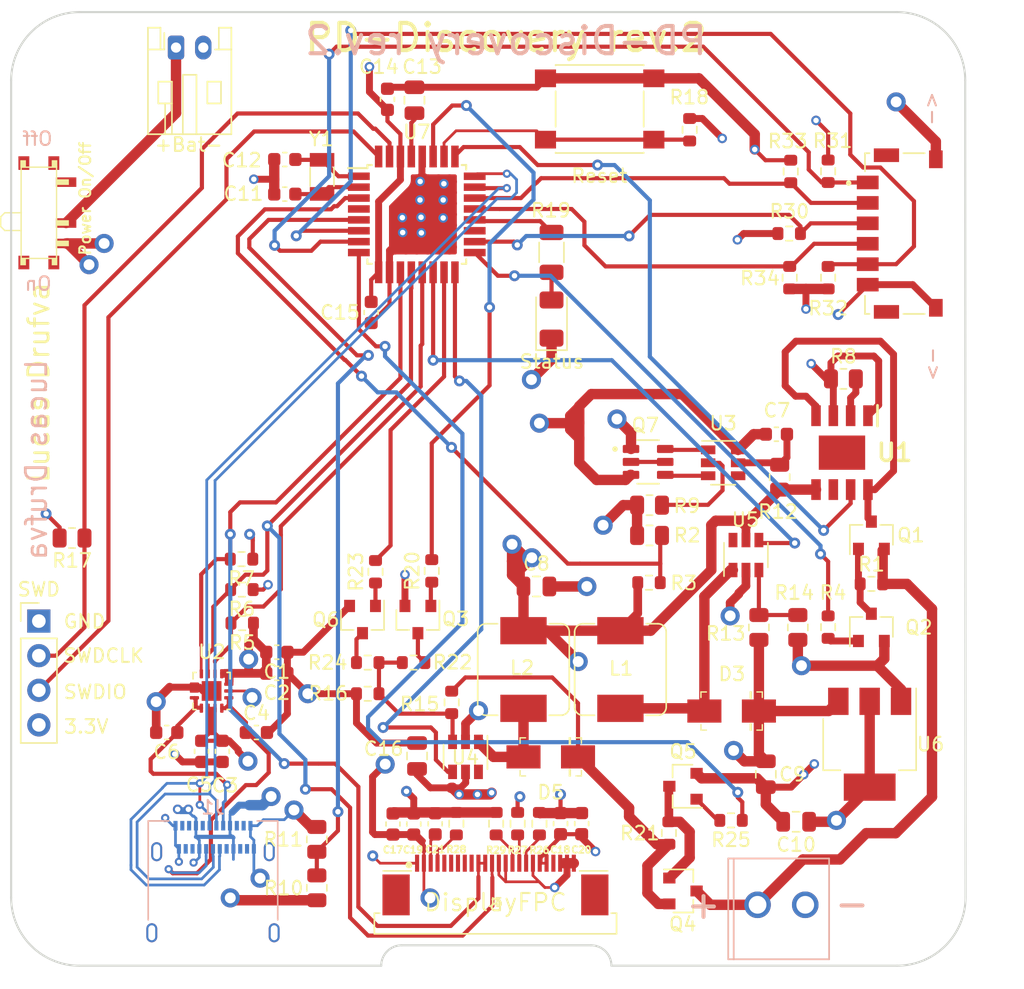
<source format=kicad_pcb>
(kicad_pcb (version 20171130) (host pcbnew 5.1.10-88a1d61d58~88~ubuntu20.10.1)
  (layers (0 F.Cu signal) (1 In1.Cu signal) (2 In2.Cu signal) (31 B.Cu signal) (34 B.Paste user) (35 F.Paste user) (36 B.SilkS user) (37 F.SilkS user) (38 B.Mask user) (39 F.Mask user) (44 Edge.Cuts user))
  (net 0 "")
  (net 1 BAT+)
  (net 2 RawBAT+)
  (net 3 +3V3)
  (net 4 GND)
  (net 5 Vconn)
  (net 6 CC2)
  (net 7 CC1)
  (net 8 "Net-(C7-Pad1)")
  (net 9 BAT-)
  (net 10 /XOUT32)
  (net 11 /XIN32)
  (net 12 "Net-(C13-Pad1)")
  (net 13 "Net-(C21-Pad1)")
  (net 14 "Net-(D4-Pad2)")
  (net 15 "Net-(J1-PadS1)")
  (net 16 VBus)
  (net 17 D+)
  (net 18 D-)
  (net 19 SWDCLK)
  (net 20 SWDIO)
  (net 21 SCL)
  (net 22 SDA)
  (net 23 "Net-(D3-Pad2)")
  (net 24 "Net-(Q1-Pad1)")
  (net 25 "Net-(Q2-Pad1)")
  (net 26 "Net-(Q3-Pad1)")
  (net 27 "Net-(Q3-Pad3)")
  (net 28 "Net-(D5-Pad1)")
  (net 29 "Net-(Q4-Pad1)")
  (net 30 "Net-(Q5-Pad1)")
  (net 31 "Net-(Q6-Pad3)")
  (net 32 "Net-(Q6-Pad1)")
  (net 33 "Net-(Q7-Pad2)")
  (net 34 "Net-(Q7-Pad6)")
  (net 35 "Net-(Q7-Pad4)")
  (net 36 EnCharger)
  (net 37 INT)
  (net 38 "Net-(R8-Pad2)")
  (net 39 "Net-(R9-Pad1)")
  (net 40 MeasVBus)
  (net 41 "Net-(R13-Pad2)")
  (net 42 "Net-(R19-Pad1)")
  (net 43 En9V)
  (net 44 En12V)
  (net 45 EnOut)
  (net 46 select)
  (net 47 up2)
  (net 48 down2)
  (net 49 up1)
  (net 50 down1)
  (net 51 EnOutSrc)
  (net 52 EnVconn)
  (net 53 /boostSW)
  (net 54 "Net-(Q1-Pad3)")
  (net 55 MeasBat)
  (net 56 /boostFB)
  (net 57 /reset)
  (net 58 CHRG)
  (net 59 "Net-(J5-Pad17)")
  (net 60 "Net-(J5-Pad16)")
  (net 61 "Net-(J5-Pad4)")
  (net 62 "Net-(J5-Pad15)")
  (module ER-CON24HT:ER-CON24HT-1 (layer F.Cu) (at 55.8546 85.6742 180)
    (fp_text reference J5 (at 0 0) (layer F.SilkS) (effects (font (size 0.6096 0.6096) (thickness 0.12))))
    (fp_text value DisplayFPC (at 0 0) (layer F.SilkS) (effects (font (size 1.27 1.27))))
    (pad SHLD smd rect (at 7.29 0.55 180) (size 2 3) (layers F.Cu F.Paste F.Mask))
    (pad SHLD smd rect (at -7.29 0.55 180) (size 2 3) (layers F.Cu F.Paste F.Mask))
    (pad 24 smd rect (at -5.75 2.875 180) (size 0.3 1.25) (layers F.Cu F.Paste F.Mask) (net 4 GND))
    (pad 23 smd rect (at -5.25 2.875 180) (size 0.3 1.25) (layers F.Cu F.Paste F.Mask) (net 4 GND))
    (pad 22 smd rect (at -4.75 2.875 180) (size 0.3 1.25) (layers F.Cu F.Paste F.Mask) (net 4 GND))
    (pad 21 smd rect (at -4.25 2.875 180) (size 0.3 1.25) (layers F.Cu F.Paste F.Mask))
    (pad 20 smd rect (at -3.75 2.875 180) (size 0.3 1.25) (layers F.Cu F.Paste F.Mask) (net 3 +3V3))
    (pad 19 smd rect (at -3.25 2.875 180) (size 0.3 1.25) (layers F.Cu F.Paste F.Mask) (net 3 +3V3))
    (pad 18 smd rect (at -2.75 2.875 180) (size 0.3 1.25) (layers F.Cu F.Paste F.Mask) (net 4 GND))
    (pad 17 smd rect (at -2.25 2.875 180) (size 0.3 1.25) (layers F.Cu F.Paste F.Mask) (net 59 "Net-(J5-Pad17)"))
    (pad 16 smd rect (at -1.75 2.875 180) (size 0.3 1.25) (layers F.Cu F.Paste F.Mask) (net 60 "Net-(J5-Pad16)"))
    (pad 15 smd rect (at -1.25 2.875 180) (size 0.3 1.25) (layers F.Cu F.Paste F.Mask) (net 62 "Net-(J5-Pad15)"))
    (pad 14 smd rect (at -0.75 2.875 180) (size 0.3 1.25) (layers F.Cu F.Paste F.Mask) (net 4 GND))
    (pad 13 smd rect (at -0.25 2.875 180) (size 0.3 1.25) (layers F.Cu F.Paste F.Mask) (net 4 GND))
    (pad 12 smd rect (at 0.25 2.875 180) (size 0.3 1.25) (layers F.Cu F.Paste F.Mask) (net 21 SCL))
    (pad 11 smd rect (at 0.75 2.875 180) (size 0.3 1.25) (layers F.Cu F.Paste F.Mask) (net 22 SDA))
    (pad 10 smd rect (at 1.25 2.875 180) (size 0.3 1.25) (layers F.Cu F.Paste F.Mask) (net 22 SDA))
    (pad 9 smd rect (at 1.75 2.875 180) (size 0.3 1.25) (layers F.Cu F.Paste F.Mask))
    (pad 8 smd rect (at 2.25 2.875 180) (size 0.3 1.25) (layers F.Cu F.Paste F.Mask))
    (pad 7 smd rect (at 2.75 2.875 180) (size 0.3 1.25) (layers F.Cu F.Paste F.Mask))
    (pad 6 smd rect (at 3.25 2.875 180) (size 0.3 1.25) (layers F.Cu F.Paste F.Mask))
    (pad 5 smd rect (at 3.75 2.875 180) (size 0.3 1.25) (layers F.Cu F.Paste F.Mask))
    (pad 4 smd rect (at 4.25 2.875 180) (size 0.3 1.25) (layers F.Cu F.Paste F.Mask) (net 61 "Net-(J5-Pad4)"))
    (pad 3 smd rect (at 4.75 2.875 180) (size 0.3 1.25) (layers F.Cu F.Paste F.Mask) (net 13 "Net-(C21-Pad1)"))
    (pad 2 smd rect (at 5.25 2.875 180) (size 0.3 1.25) (layers F.Cu F.Paste F.Mask) (net 5 Vconn))
    (pad 1 smd rect (at 5.75 2.875 180) (size 0.3 1.25) (layers F.Cu F.Paste F.Mask) (net 4 GND))
  )
  (module Resistor_SMD:R_0603_1608Metric (layer F.Cu) (at 46.4825 70.358 180)
    (fp_text reference R16 (at 2.8961 0.0254) (layer F.SilkS))
    (fp_text value 1.35K)
    (pad 2 smd roundrect (at 0.825 0 180) (size 0.8 0.95) (layers F.Cu F.Paste F.Mask) (net 4 GND))
    (pad 1 smd roundrect (at -0.825 0 180) (size 0.8 0.95) (layers F.Cu F.Paste F.Mask) (net 56 /boostFB))
  )
  (module Resistor_SMD:R_0603_1608Metric (layer F.Cu) (at 67.12 62.2046)
    (fp_text reference R3 (at 2.5522 0.0254) (layer F.SilkS))
    (fp_text value 523K)
    (pad 2 smd roundrect (at 0.825 0) (size 0.8 0.95) (layers F.Cu F.Paste F.Mask) (net 55 MeasBat))
    (pad 1 smd roundrect (at -0.825 0) (size 0.8 0.95) (layers F.Cu F.Paste F.Mask) (net 1 BAT+))
  )
  (module Resistor_SMD:R_0805_2012Metric (layer F.Cu) (at 67.1595 58.7375)
    (fp_text reference R2 (at 2.7667 -0.0127) (layer F.SilkS))
    (fp_text value 1M)
    (pad 2 smd roundrect (at 0.9125 0) (size 1.025 1.4) (layers F.Cu F.Paste F.Mask) (roundrect_rratio 0.2439014634146341) (net 55 MeasBat))
    (pad 1 smd roundrect (at -0.9125 0) (size 1.025 1.4) (layers F.Cu F.Paste F.Mask) (roundrect_rratio 0.2439014634146341) (net 4 GND))
  )
  (module SSSS810701:SSSS810701 (layer F.Cu) (at 22.352 35.052 270)
    (fp_text reference "Power On/Off" (at -1.0414 -3.4036 270) (layer F.SilkS) (effects (font (size 0.800811 0.800811))))
    (fp_text value SSSS810701)
    (pad 3 smd rect (at 2.25 -2 270) (size 0.7 1.5) (layers F.Cu F.Paste F.Mask) (net 1 BAT+))
    (pad 2 smd rect (at 0.75 -2 270) (size 0.7 1.5) (layers F.Cu F.Paste F.Mask) (net 2 RawBAT+))
    (pad 1 smd rect (at -2.25 -2 270) (size 0.7 1.5) (layers F.Cu F.Paste F.Mask))
    (pad None np_thru_hole circle (at 1.5 0 270) (size 0.9 0.9) (drill 0.9) (layers *.Cu *.Mask))
    (pad None np_thru_hole circle (at -1.5 0 270) (size 0.9 0.9) (drill 0.9) (layers *.Cu *.Mask))
    (pad 4.3 smd rect (at -3.65 1.1 270) (size 1 0.8) (layers F.Cu F.Paste F.Mask))
    (pad 4.1 smd rect (at -3.65 -1.1 270) (size 1 0.8) (layers F.Cu F.Paste F.Mask))
    (pad 4.2 smd rect (at 3.65 -1.1 270) (size 1 0.8) (layers F.Cu F.Paste F.Mask))
    (pad 4.4 smd rect (at 3.65 1.1 270) (size 1 0.8) (layers F.Cu F.Paste F.Mask))
  )
  (module Capacitor_SMD:C_0603_1608Metric (layer F.Cu) (at 39.8142 67.31 180)
    (fp_text reference C1 (at 0 -1.43) (layer F.SilkS))
    (fp_text value 0.1uF)
    (pad 2 smd roundrect (at 0.775 0 180) (size 0.9 0.95) (layers F.Cu F.Paste F.Mask) (net 3 +3V3))
    (pad 1 smd roundrect (at -0.775 0 180) (size 0.9 0.95) (layers F.Cu F.Paste F.Mask) (net 4 GND))
  )
  (module Capacitor_SMD:C_0603_1608Metric (layer F.Cu) (at 39.8142 68.8594 180)
    (fp_text reference C2 (at 0 -1.43) (layer F.SilkS))
    (fp_text value 10uF)
    (pad 1 smd roundrect (at -0.775 0 180) (size 0.9 0.95) (layers F.Cu F.Paste F.Mask) (net 4 GND))
    (pad 2 smd roundrect (at 0.775 0 180) (size 0.9 0.95) (layers F.Cu F.Paste F.Mask) (net 3 +3V3))
  )
  (module Capacitor_SMD:C_0603_1608Metric (layer F.Cu) (at 35.814 74.5874 90)
    (fp_text reference C3 (at -2.5016 0.2032 180) (layer F.SilkS))
    (fp_text value 0.1uF)
    (pad 1 smd roundrect (at -0.775 0 90) (size 0.9 0.95) (layers F.Cu F.Paste F.Mask) (net 4 GND))
    (pad 2 smd roundrect (at 0.775 0 90) (size 0.9 0.95) (layers F.Cu F.Paste F.Mask) (net 5 Vconn))
  )
  (module Capacitor_SMD:C_0603_1608Metric (layer F.Cu) (at 38.3156 73.2028)
    (fp_text reference C4 (at 0 -1.43) (layer F.SilkS))
    (fp_text value 470pF)
    (pad 1 smd roundrect (at -0.775 0) (size 0.9 0.95) (layers F.Cu F.Paste F.Mask) (net 6 CC2))
    (pad 2 smd roundrect (at 0.775 0) (size 0.9 0.95) (layers F.Cu F.Paste F.Mask) (net 4 GND))
  )
  (module Capacitor_SMD:C_0603_1608Metric (layer F.Cu) (at 34.29 74.5874 90)
    (fp_text reference C5 (at -2.4508 -0.1778 180) (layer F.SilkS))
    (fp_text value 10uF)
    (pad 2 smd roundrect (at 0.775 0 90) (size 0.9 0.95) (layers F.Cu F.Paste F.Mask) (net 5 Vconn))
    (pad 1 smd roundrect (at -0.775 0 90) (size 0.9 0.95) (layers F.Cu F.Paste F.Mask) (net 4 GND))
  )
  (module Capacitor_SMD:C_0603_1608Metric (layer F.Cu) (at 31.7376 73.2028 180)
    (fp_text reference C6 (at 0 -1.43) (layer F.SilkS))
    (fp_text value 470pF)
    (pad 2 smd roundrect (at 0.775 0 180) (size 0.9 0.95) (layers F.Cu F.Paste F.Mask) (net 4 GND))
    (pad 1 smd roundrect (at -0.775 0 180) (size 0.9 0.95) (layers F.Cu F.Paste F.Mask) (net 7 CC1))
  )
  (module Capacitor_SMD:C_0603_1608Metric (layer F.Cu) (at 76.467 51.308 180)
    (fp_text reference C7 (at -0.0378 1.7526) (layer F.SilkS))
    (fp_text value 0.1uF)
    (pad 1 smd roundrect (at -0.775 0 180) (size 0.9 0.95) (layers F.Cu F.Paste F.Mask) (net 8 "Net-(C7-Pad1)"))
    (pad 2 smd roundrect (at 0.775 0 180) (size 0.9 0.95) (layers F.Cu F.Paste F.Mask) (net 9 BAT-))
  )
  (module Capacitor_SMD:C_0805_2012Metric (layer F.Cu) (at 58.862 62.484)
    (fp_text reference C8 (at 0 -1.68) (layer F.SilkS))
    (fp_text value 22uF)
    (pad 2 smd roundrect (at 0.95 0) (size 1 1.45) (layers F.Cu F.Paste F.Mask) (net 4 GND))
    (pad 1 smd roundrect (at -0.95 0) (size 1 1.45) (layers F.Cu F.Paste F.Mask) (net 1 BAT+))
  )
  (module Capacitor_SMD:C_0805_2012Metric (layer F.Cu) (at 75.692 76.266 270)
    (fp_text reference C9 (at 0.0102 -1.9558 180) (layer F.SilkS))
    (fp_text value 22uF)
    (pad 1 smd roundrect (at -0.95 0 270) (size 1 1.45) (layers F.Cu F.Paste F.Mask) (net 5 Vconn))
    (pad 2 smd roundrect (at 0.95 0 270) (size 1 1.45) (layers F.Cu F.Paste F.Mask) (net 4 GND))
  )
  (module Capacitor_SMD:C_0805_2012Metric (layer F.Cu) (at 77.917 79.756 180)
    (fp_text reference C10 (at 0 -1.68) (layer F.SilkS))
    (fp_text value 22uF)
    (pad 2 smd roundrect (at 0.95 0 180) (size 1 1.45) (layers F.Cu F.Paste F.Mask) (net 4 GND))
    (pad 1 smd roundrect (at -0.95 0 180) (size 1 1.45) (layers F.Cu F.Paste F.Mask) (net 3 +3V3))
  )
  (module Capacitor_SMD:C_0603_1608Metric (layer F.Cu) (at 40.3984 33.6804)
    (fp_text reference C11 (at -3.035 -0.0254) (layer F.SilkS))
    (fp_text value 16pF)
    (pad 2 smd roundrect (at 0.775 0) (size 0.9 0.95) (layers F.Cu F.Paste F.Mask) (net 10 /XOUT32))
    (pad 1 smd roundrect (at -0.775 0) (size 0.9 0.95) (layers F.Cu F.Paste F.Mask) (net 4 GND))
  )
  (module Capacitor_SMD:C_0603_1608Metric (layer F.Cu) (at 40.3984 31.1404)
    (fp_text reference C12 (at -3.162 0.0508) (layer F.SilkS))
    (fp_text value 16pF)
    (pad 1 smd roundrect (at -0.775 0) (size 0.9 0.95) (layers F.Cu F.Paste F.Mask) (net 4 GND))
    (pad 2 smd roundrect (at 0.775 0) (size 0.9 0.95) (layers F.Cu F.Paste F.Mask) (net 11 /XIN32))
  )
  (module Capacitor_SMD:C_0805_2012Metric (layer F.Cu) (at 49.911 26.7868 90)
    (fp_text reference C13 (at 2.4536 0.5588 180) (layer F.SilkS))
    (fp_text value 1uF)
    (pad 1 smd roundrect (at -0.95 0 90) (size 1 1.45) (layers F.Cu F.Paste F.Mask) (net 12 "Net-(C13-Pad1)"))
    (pad 2 smd roundrect (at 0.95 0 90) (size 1 1.45) (layers F.Cu F.Paste F.Mask) (net 4 GND))
  )
  (module Capacitor_SMD:C_0603_1608Metric (layer F.Cu) (at 47.9298 26.7208 270)
    (fp_text reference C14 (at -2.3876 0.635 180) (layer F.SilkS))
    (fp_text value 10uF)
    (pad 1 smd roundrect (at -0.775 0 270) (size 0.9 0.95) (layers F.Cu F.Paste F.Mask) (net 4 GND))
    (pad 2 smd roundrect (at 0.775 0 270) (size 0.9 0.95) (layers F.Cu F.Paste F.Mask) (net 3 +3V3))
  )
  (module Capacitor_SMD:C_0603_1608Metric (layer F.Cu) (at 46.736 42.3675 90)
    (fp_text reference C15 (at 0.0003 -2.286 180) (layer F.SilkS))
    (fp_text value 10uF)
    (pad 2 smd roundrect (at 0.775 0 90) (size 0.9 0.95) (layers F.Cu F.Paste F.Mask) (net 3 +3V3))
    (pad 1 smd roundrect (at -0.775 0 90) (size 0.9 0.95) (layers F.Cu F.Paste F.Mask) (net 4 GND))
  )
  (module Capacitor_SMD:C_0805_2012Metric (layer F.Cu) (at 50.1015 74.9275 90)
    (fp_text reference C16 (at 0.5309 -2.4511 180) (layer F.SilkS))
    (fp_text value 22uF)
    (pad 1 smd roundrect (at -0.95 0 90) (size 1 1.45) (layers F.Cu F.Paste F.Mask) (net 1 BAT+))
    (pad 2 smd roundrect (at 0.95 0 90) (size 1 1.45) (layers F.Cu F.Paste F.Mask) (net 4 GND))
  )
  (module Capacitor_SMD:C_0603_1608Metric (layer F.Cu) (at 48.3362 79.9208 90)
    (fp_text reference C17 (at -1.8926 0 180) (layer F.SilkS) (effects (font (size 0.5 0.5) (thickness 0.125))))
    (fp_text value 0.1uF)
    (pad 2 smd roundrect (at 0.775 0 90) (size 0.9 0.95) (layers F.Cu F.Paste F.Mask) (net 4 GND))
    (pad 1 smd roundrect (at -0.775 0 90) (size 0.9 0.95) (layers F.Cu F.Paste F.Mask) (net 5 Vconn))
  )
  (module Capacitor_SMD:C_0603_1608Metric (layer F.Cu) (at 60.6298 79.8954 90)
    (fp_text reference C18 (at -1.918 -0.0254 180) (layer F.SilkS) (effects (font (size 0.5 0.5) (thickness 0.125))))
    (fp_text value 0.1uF)
    (pad 2 smd roundrect (at 0.775 0 90) (size 0.9 0.95) (layers F.Cu F.Paste F.Mask) (net 4 GND))
    (pad 1 smd roundrect (at -0.775 0 90) (size 0.9 0.95) (layers F.Cu F.Paste F.Mask) (net 3 +3V3))
  )
  (module Capacitor_SMD:C_0603_1608Metric (layer F.Cu) (at 49.8602 79.9208 90)
    (fp_text reference C19 (at -1.8926 -0.0508 180) (layer F.SilkS) (effects (font (size 0.5 0.5) (thickness 0.125))))
    (fp_text value 10uF)
    (pad 1 smd roundrect (at -0.775 0 90) (size 0.9 0.95) (layers F.Cu F.Paste F.Mask) (net 5 Vconn))
    (pad 2 smd roundrect (at 0.775 0 90) (size 0.9 0.95) (layers F.Cu F.Paste F.Mask) (net 4 GND))
  )
  (module Capacitor_SMD:C_0603_1608Metric (layer F.Cu) (at 62.1792 79.8954 90)
    (fp_text reference C20 (at -1.918 -0.0254 180) (layer F.SilkS) (effects (font (size 0.5 0.5) (thickness 0.125))))
    (fp_text value 4.7uF)
    (pad 1 smd roundrect (at -0.775 0 90) (size 0.9 0.95) (layers F.Cu F.Paste F.Mask) (net 3 +3V3))
    (pad 2 smd roundrect (at 0.775 0 90) (size 0.9 0.95) (layers F.Cu F.Paste F.Mask) (net 4 GND))
  )
  (module Capacitor_SMD:C_0603_1608Metric (layer F.Cu) (at 51.435 79.9084 90)
    (fp_text reference C21 (at -1.8796 0 180) (layer F.SilkS) (effects (font (size 0.5 0.5) (thickness 0.125))))
    (fp_text value 4.7uF)
    (pad 2 smd roundrect (at 0.775 0 90) (size 0.9 0.95) (layers F.Cu F.Paste F.Mask) (net 4 GND))
    (pad 1 smd roundrect (at -0.775 0 90) (size 0.9 0.95) (layers F.Cu F.Paste F.Mask) (net 13 "Net-(C21-Pad1)"))
  )
  (module digikey-footprints:DO-214AC (layer F.Cu) (at 73.184 71.628 180)
    (fp_text reference D3 (at -0.0188 2.7178) (layer F.SilkS))
    (fp_text value D_Schottky)
    (pad K smd rect (at -2 0 180) (size 2.5 1.7) (layers F.Cu F.Paste F.Mask) (net 5 Vconn))
    (pad A smd rect (at 2 0 180) (size 2.5 1.7) (layers F.Cu F.Paste F.Mask) (net 23 "Net-(D3-Pad2)"))
  )
  (module LED_SMD:LED_1206_3216Metric (layer F.Cu) (at 59.9694 42.8528 90)
    (fp_text reference Status (at -3.1212 0.0254 180) (layer F.SilkS))
    (fp_text value LED)
    (pad 2 smd roundrect (at 1.4 0 90) (size 1.25 1.75) (layers F.Cu F.Paste F.Mask) (roundrect_rratio 0.2) (net 14 "Net-(D4-Pad2)"))
    (pad 1 smd roundrect (at -1.4 0 90) (size 1.25 1.75) (layers F.Cu F.Paste F.Mask) (roundrect_rratio 0.2) (net 4 GND))
  )
  (module digikey-footprints:DO-214AC (layer F.Cu) (at 59.9125 74.9935 180)
    (fp_text reference D5 (at 0 -2.6) (layer F.SilkS))
    (fp_text value D_Schottky)
    (pad A smd rect (at 2 0 180) (size 2.5 1.7) (layers F.Cu F.Paste F.Mask) (net 53 /boostSW))
    (pad K smd rect (at -2 0 180) (size 2.5 1.7) (layers F.Cu F.Paste F.Mask) (net 28 "Net-(D5-Pad1)"))
  )
  (module Connector_USB:USB_C_Receptacle_Amphenol_12401610E4-2A (layer B.Cu) (at 35.1282 85.0646 180)
    (fp_text reference J1 (at 0 6.36) (layer B.SilkS) (effects (justify mirror)))
    (fp_text value USB_C_Receptacle)
    (pad S1 thru_hole oval (at -4.13 3.11 180) (size 0.8 1.4) (drill oval 0.5 1.1) (layers *.Cu *.Mask) (net 15 "Net-(J1-PadS1)"))
    (pad A1 smd rect (at -2.75 5.02 180) (size 0.3 0.7) (layers B.Cu B.Paste B.Mask) (net 4 GND))
    (pad A2 smd rect (at -2.25 5.02 180) (size 0.3 0.7) (layers B.Cu B.Paste B.Mask))
    (pad A3 smd rect (at -1.75 5.02 180) (size 0.3 0.7) (layers B.Cu B.Paste B.Mask))
    (pad A4 smd rect (at -1.25 5.02 180) (size 0.3 0.7) (layers B.Cu B.Paste B.Mask) (net 16 VBus))
    (pad A5 smd rect (at -0.75 5.02 180) (size 0.3 0.7) (layers B.Cu B.Paste B.Mask) (net 7 CC1))
    (pad A6 smd rect (at -0.25 5.02 180) (size 0.3 0.7) (layers B.Cu B.Paste B.Mask) (net 17 D+))
    (pad A7 smd rect (at 0.25 5.02 180) (size 0.3 0.7) (layers B.Cu B.Paste B.Mask) (net 18 D-))
    (pad A12 smd rect (at 2.75 5.02 180) (size 0.3 0.7) (layers B.Cu B.Paste B.Mask) (net 4 GND))
    (pad A10 smd rect (at 1.75 5.02 180) (size 0.3 0.7) (layers B.Cu B.Paste B.Mask))
    (pad A9 smd rect (at 1.25 5.02 180) (size 0.3 0.7) (layers B.Cu B.Paste B.Mask) (net 16 VBus))
    (pad A8 smd rect (at 0.75 5.02 180) (size 0.3 0.7) (layers B.Cu B.Paste B.Mask))
    (pad A11 smd rect (at 2.25 5.02 180) (size 0.3 0.7) (layers B.Cu B.Paste B.Mask))
    (pad B1 smd rect (at 2.5 3.32 180) (size 0.3 0.7) (layers B.Cu B.Paste B.Mask) (net 4 GND))
    (pad S1 thru_hole oval (at 4.13 3.11 180) (size 0.8 1.4) (drill oval 0.5 1.1) (layers *.Cu *.Mask) (net 15 "Net-(J1-PadS1)"))
    (pad S1 thru_hole oval (at 4.49 -2.84 180) (size 0.8 1.4) (drill oval 0.5 1.1) (layers *.Cu *.Mask) (net 15 "Net-(J1-PadS1)"))
    (pad S1 thru_hole oval (at -4.49 -2.84 180) (size 0.8 1.4) (drill oval 0.5 1.1) (layers *.Cu *.Mask) (net 15 "Net-(J1-PadS1)"))
    (pad "" np_thru_hole oval (at 3.6 4.36 180) (size 0.95 0.65) (drill oval 0.95 0.65) (layers *.Cu *.Mask))
    (pad "" np_thru_hole circle (at -3.6 4.36 180) (size 0.65 0.65) (drill 0.65) (layers *.Cu *.Mask))
    (pad B2 smd rect (at 2 3.32 180) (size 0.3 0.7) (layers B.Cu B.Paste B.Mask))
    (pad B3 smd rect (at 1.5 3.32 180) (size 0.3 0.7) (layers B.Cu B.Paste B.Mask))
    (pad B4 smd rect (at 1 3.32 180) (size 0.3 0.7) (layers B.Cu B.Paste B.Mask) (net 16 VBus))
    (pad B5 smd rect (at 0.5 3.32 180) (size 0.3 0.7) (layers B.Cu B.Paste B.Mask) (net 6 CC2))
    (pad B6 smd rect (at 0 3.32 180) (size 0.3 0.7) (layers B.Cu B.Paste B.Mask) (net 17 D+))
    (pad B7 smd rect (at -0.5 3.32 180) (size 0.3 0.7) (layers B.Cu B.Paste B.Mask) (net 18 D-))
    (pad B8 smd rect (at -1 3.32 180) (size 0.3 0.7) (layers B.Cu B.Paste B.Mask))
    (pad B9 smd rect (at -1.5 3.32 180) (size 0.3 0.7) (layers B.Cu B.Paste B.Mask) (net 16 VBus))
    (pad B10 smd rect (at -2 3.32 180) (size 0.3 0.7) (layers B.Cu B.Paste B.Mask))
    (pad B11 smd rect (at -2.5 3.32 180) (size 0.3 0.7) (layers B.Cu B.Paste B.Mask))
    (pad B12 smd rect (at -3 3.32 180) (size 0.3 0.7) (layers B.Cu B.Paste B.Mask) (net 4 GND))
  )
  (module Connector_JST:JST_PH_S2B-PH-K_1x02_P2.00mm_Horizontal (layer F.Cu) (at 32.417 22.9235)
    (fp_text reference +Bat- (at 0.9332 7.1247) (layer F.SilkS))
    (fp_text value Battery)
    (pad 1 thru_hole roundrect (at 0 0) (size 1.2 1.75) (drill 0.75) (layers *.Cu *.Mask) (roundrect_rratio 0.2083325) (net 2 RawBAT+))
    (pad 2 thru_hole oval (at 2 0) (size 1.2 1.75) (drill 0.75) (layers *.Cu *.Mask) (net 9 BAT-))
  )
  (module Connector_PinHeader_2.54mm:PinHeader_1x04_P2.54mm_Vertical (layer F.Cu) (at 22.352 65.024)
    (fp_text reference SWD (at 0 -2.33) (layer F.SilkS))
    (fp_text value SWD)
    (pad 1 thru_hole rect (at 0 0) (size 1.7 1.7) (drill 1) (layers *.Cu *.Mask) (net 4 GND))
    (pad 2 thru_hole oval (at 0 2.54) (size 1.7 1.7) (drill 1) (layers *.Cu *.Mask) (net 19 SWDCLK))
    (pad 3 thru_hole oval (at 0 5.08) (size 1.7 1.7) (drill 1) (layers *.Cu *.Mask) (net 20 SWDIO))
    (pad 4 thru_hole oval (at 0 7.62) (size 1.7 1.7) (drill 1) (layers *.Cu *.Mask) (net 3 +3V3))
  )
  (module 2pScrewTerminal:691214110002 (layer B.Cu) (at 76.835 85.852)
    (fp_text reference J4 hide)
    (fp_text value ScrewTerminal)
    (pad 2 thru_hole circle (at 1.75 0) (size 1.95 1.95) (drill 1.3) (layers *.Cu *.Mask) (net 4 GND))
    (pad 1 thru_hole circle (at -1.75 0) (size 1.95 1.95) (drill 1.3) (layers *.Cu *.Mask) (net 16 VBus))
  )
  (module Inductor_SMD:L_Sumida_CDMC6D28_7.25x6.5mm (layer F.Cu) (at 65.024 68.58 270)
    (fp_text reference L1 (at -0.0762 -0.0508 180) (layer F.SilkS))
    (fp_text value 22uH)
    (pad 1 smd rect (at -2.85 0 270) (size 2 3.4) (layers F.Cu F.Paste F.Mask) (net 1 BAT+))
    (pad 2 smd rect (at 2.85 0 270) (size 2 3.4) (layers F.Cu F.Paste F.Mask) (net 23 "Net-(D3-Pad2)"))
  )
  (module Inductor_SMD:L_Sumida_CDMC6D28_7.25x6.5mm (layer F.Cu) (at 57.912 68.58 270)
    (fp_text reference L2 (at -0.127 0.1016 180) (layer F.SilkS))
    (fp_text value 22uH)
    (pad 2 smd rect (at 2.85 0 270) (size 2 3.4) (layers F.Cu F.Paste F.Mask) (net 53 /boostSW))
    (pad 1 smd rect (at -2.85 0 270) (size 2 3.4) (layers F.Cu F.Paste F.Mask) (net 1 BAT+))
  )
  (module Package_TO_SOT_SMD:SOT-23 (layer F.Cu) (at 83.439 58.7215 90)
    (fp_text reference Q1 (at 0 2.8956 180) (layer F.SilkS))
    (fp_text value AO3401A)
    (pad 3 smd rect (at 1 0 90) (size 0.9 0.8) (layers F.Cu F.Paste F.Mask) (net 54 "Net-(Q1-Pad3)"))
    (pad 2 smd rect (at -1 0.95 90) (size 0.9 0.8) (layers F.Cu F.Paste F.Mask) (net 16 VBus))
    (pad 1 smd rect (at -1 -0.95 90) (size 0.9 0.8) (layers F.Cu F.Paste F.Mask) (net 24 "Net-(Q1-Pad1)"))
  )
  (module Package_TO_SOT_SMD:SOT-23 (layer F.Cu) (at 83.4365 65.4845 90)
    (fp_text reference Q2 (at 0 3.4823 180) (layer F.SilkS))
    (fp_text value BC817)
    (pad 1 smd rect (at -1 -0.95 90) (size 0.9 0.8) (layers F.Cu F.Paste F.Mask) (net 25 "Net-(Q2-Pad1)"))
    (pad 2 smd rect (at -1 0.95 90) (size 0.9 0.8) (layers F.Cu F.Paste F.Mask) (net 4 GND))
    (pad 3 smd rect (at 1 0 90) (size 0.9 0.8) (layers F.Cu F.Paste F.Mask) (net 24 "Net-(Q1-Pad1)"))
  )
  (module Package_TO_SOT_SMD:SOT-23 (layer F.Cu) (at 50.165 64.913 270)
    (fp_text reference Q3 (at -0.0414 -2.7686 180) (layer F.SilkS))
    (fp_text value BC817)
    (pad 1 smd rect (at -1 -0.95 270) (size 0.9 0.8) (layers F.Cu F.Paste F.Mask) (net 26 "Net-(Q3-Pad1)"))
    (pad 2 smd rect (at -1 0.95 270) (size 0.9 0.8) (layers F.Cu F.Paste F.Mask) (net 4 GND))
    (pad 3 smd rect (at 1 0 270) (size 0.9 0.8) (layers F.Cu F.Paste F.Mask) (net 27 "Net-(Q3-Pad3)"))
  )
  (module Package_TO_SOT_SMD:SOT-23 (layer F.Cu) (at 69.612 84.836)
    (fp_text reference Q4 (at -0.016 2.4384) (layer F.SilkS))
    (fp_text value AO3401A)
    (pad 3 smd rect (at 1 0) (size 0.9 0.8) (layers F.Cu F.Paste F.Mask) (net 16 VBus))
    (pad 2 smd rect (at -1 0.95) (size 0.9 0.8) (layers F.Cu F.Paste F.Mask) (net 28 "Net-(D5-Pad1)"))
    (pad 1 smd rect (at -1 -0.95) (size 0.9 0.8) (layers F.Cu F.Paste F.Mask) (net 29 "Net-(Q4-Pad1)"))
  )
  (module Package_TO_SOT_SMD:SOT-23 (layer F.Cu) (at 69.612 77.15 180)
    (fp_text reference Q5 (at -0.0094 2.5502) (layer F.SilkS))
    (fp_text value BC817)
    (pad 1 smd rect (at -1 -0.95 180) (size 0.9 0.8) (layers F.Cu F.Paste F.Mask) (net 30 "Net-(Q5-Pad1)"))
    (pad 2 smd rect (at -1 0.95 180) (size 0.9 0.8) (layers F.Cu F.Paste F.Mask) (net 4 GND))
    (pad 3 smd rect (at 1 0 180) (size 0.9 0.8) (layers F.Cu F.Paste F.Mask) (net 29 "Net-(Q4-Pad1)"))
  )
  (module Package_TO_SOT_SMD:SOT-23 (layer F.Cu) (at 46.101 64.913 270)
    (fp_text reference Q6 (at 0.0094 2.6924 180) (layer F.SilkS))
    (fp_text value BC817)
    (pad 3 smd rect (at 1 0 270) (size 0.9 0.8) (layers F.Cu F.Paste F.Mask) (net 31 "Net-(Q6-Pad3)"))
    (pad 2 smd rect (at -1 0.95 270) (size 0.9 0.8) (layers F.Cu F.Paste F.Mask) (net 4 GND))
    (pad 1 smd rect (at -1 -0.95 270) (size 0.9 0.8) (layers F.Cu F.Paste F.Mask) (net 32 "Net-(Q6-Pad1)"))
  )
  (module FS8205:SOT95P280X145-6N (layer F.Cu) (at 67.056 53.34)
    (fp_text reference Q7 (at -0.205 -2.7) (layer F.SilkS))
    (fp_text value FS8205)
    (pad 1 smd roundrect (at -1.255 -0.95) (size 1.21 0.59) (layers F.Cu F.Paste F.Mask) (roundrect_rratio 0.15) (net 4 GND))
    (pad 2 smd roundrect (at -1.255 0) (size 1.21 0.59) (layers F.Cu F.Paste F.Mask) (roundrect_rratio 0.15) (net 33 "Net-(Q7-Pad2)"))
    (pad 3 smd roundrect (at -1.255 0.95) (size 1.21 0.59) (layers F.Cu F.Paste F.Mask) (roundrect_rratio 0.15) (net 9 BAT-))
    (pad 6 smd roundrect (at 1.255 -0.95) (size 1.21 0.59) (layers F.Cu F.Paste F.Mask) (roundrect_rratio 0.15) (net 34 "Net-(Q7-Pad6)"))
    (pad 5 smd roundrect (at 1.255 0) (size 1.21 0.59) (layers F.Cu F.Paste F.Mask) (roundrect_rratio 0.15) (net 33 "Net-(Q7-Pad2)"))
    (pad 4 smd roundrect (at 1.255 0.95) (size 1.21 0.59) (layers F.Cu F.Paste F.Mask) (roundrect_rratio 0.15) (net 35 "Net-(Q7-Pad4)"))
  )
  (module Resistor_SMD:R_0603_1608Metric (layer F.Cu) (at 83.4395 62.2935)
    (fp_text reference R1 (at 0 -1.43) (layer F.SilkS))
    (fp_text value 10K)
    (pad 2 smd roundrect (at 0.825 0) (size 0.8 0.95) (layers F.Cu F.Paste F.Mask) (net 16 VBus))
    (pad 1 smd roundrect (at -0.825 0) (size 0.8 0.95) (layers F.Cu F.Paste F.Mask) (net 24 "Net-(Q1-Pad1)"))
  )
  (module Resistor_SMD:R_0603_1608Metric (layer F.Cu) (at 80.264 65.468 270)
    (fp_text reference R4 (at -2.5268 -0.3556 180) (layer F.SilkS))
    (fp_text value 5K)
    (pad 1 smd roundrect (at -0.825 0 270) (size 0.8 0.95) (layers F.Cu F.Paste F.Mask) (net 36 EnCharger))
    (pad 2 smd roundrect (at 0.825 0 270) (size 0.8 0.95) (layers F.Cu F.Paste F.Mask) (net 25 "Net-(Q2-Pad1)"))
  )
  (module Resistor_SMD:R_0603_1608Metric (layer F.Cu) (at 37.274 65.1764 180)
    (fp_text reference R5 (at 0 -1.43) (layer F.SilkS))
    (fp_text value 4.7K)
    (pad 2 smd roundrect (at 0.825 0 180) (size 0.8 0.95) (layers F.Cu F.Paste F.Mask) (net 37 INT))
    (pad 1 smd roundrect (at -0.825 0 180) (size 0.8 0.95) (layers F.Cu F.Paste F.Mask) (net 3 +3V3))
  )
  (module Resistor_SMD:R_0603_1608Metric (layer F.Cu) (at 37.2486 62.7126 180)
    (fp_text reference R6 (at 0 -1.43) (layer F.SilkS))
    (fp_text value 4.7K)
    (pad 1 smd roundrect (at -0.825 0 180) (size 0.8 0.95) (layers F.Cu F.Paste F.Mask) (net 3 +3V3))
    (pad 2 smd roundrect (at 0.825 0 180) (size 0.8 0.95) (layers F.Cu F.Paste F.Mask) (net 21 SCL))
  )
  (module Resistor_SMD:R_0603_1608Metric (layer F.Cu) (at 37.2232 60.4774 180)
    (fp_text reference R7 (at 0 -1.43) (layer F.SilkS))
    (fp_text value 4.7K)
    (pad 2 smd roundrect (at 0.825 0 180) (size 0.8 0.95) (layers F.Cu F.Paste F.Mask) (net 22 SDA))
    (pad 1 smd roundrect (at -0.825 0 180) (size 0.8 0.95) (layers F.Cu F.Paste F.Mask) (net 3 +3V3))
  )
  (module Resistor_SMD:R_0805_2012Metric (layer F.Cu) (at 81.3835 47.244)
    (fp_text reference R8 (at 0 -1.65) (layer F.SilkS))
    (fp_text value 3K)
    (pad 1 smd roundrect (at -0.9125 0) (size 1.025 1.4) (layers F.Cu F.Paste F.Mask) (roundrect_rratio 0.2439014634146341) (net 4 GND))
    (pad 2 smd roundrect (at 0.9125 0) (size 1.025 1.4) (layers F.Cu F.Paste F.Mask) (roundrect_rratio 0.2439014634146341) (net 38 "Net-(R8-Pad2)"))
  )
  (module Resistor_SMD:R_0805_2012Metric (layer F.Cu) (at 67.1595 56.515 180)
    (fp_text reference R9 (at -2.7413 -0.0508) (layer F.SilkS))
    (fp_text value 1K)
    (pad 1 smd roundrect (at -0.9125 0 180) (size 1.025 1.4) (layers F.Cu F.Paste F.Mask) (roundrect_rratio 0.2439014634146341) (net 39 "Net-(R9-Pad1)"))
    (pad 2 smd roundrect (at 0.9125 0 180) (size 1.025 1.4) (layers F.Cu F.Paste F.Mask) (roundrect_rratio 0.2439014634146341) (net 4 GND))
  )
  (module Resistor_SMD:R_0805_2012Metric (layer F.Cu) (at 42.7482 84.6055 90)
    (fp_text reference R10 (at -0.0273 -2.4384 180) (layer F.SilkS))
    (fp_text value 1M)
    (pad 1 smd roundrect (at -0.9125 0 90) (size 1.025 1.4) (layers F.Cu F.Paste F.Mask) (roundrect_rratio 0.2439014634146341) (net 16 VBus))
    (pad 2 smd roundrect (at 0.9125 0 90) (size 1.025 1.4) (layers F.Cu F.Paste F.Mask) (roundrect_rratio 0.2439014634146341) (net 40 MeasVBus))
  )
  (module Resistor_SMD:R_0805_2012Metric (layer F.Cu) (at 42.7482 81.0495 90)
    (fp_text reference R11 (at -0.0019 -2.4638 180) (layer F.SilkS))
    (fp_text value 150K)
    (pad 2 smd roundrect (at 0.9125 0 90) (size 1.025 1.4) (layers F.Cu F.Paste F.Mask) (roundrect_rratio 0.2439014634146341) (net 4 GND))
    (pad 1 smd roundrect (at -0.9125 0 90) (size 1.025 1.4) (layers F.Cu F.Paste F.Mask) (roundrect_rratio 0.2439014634146341) (net 40 MeasVBus))
  )
  (module Resistor_SMD:R_0805_2012Metric (layer F.Cu) (at 76.708 54.4595 90)
    (fp_text reference R12 (at -2.5381 -0.127 180) (layer F.SilkS))
    (fp_text value 100)
    (pad 2 smd roundrect (at 0.9125 0 90) (size 1.025 1.4) (layers F.Cu F.Paste F.Mask) (roundrect_rratio 0.2439014634146341) (net 8 "Net-(C7-Pad1)"))
    (pad 1 smd roundrect (at -0.9125 0 90) (size 1.025 1.4) (layers F.Cu F.Paste F.Mask) (roundrect_rratio 0.2439014634146341) (net 1 BAT+))
  )
  (module Resistor_SMD:R_0805_2012Metric (layer F.Cu) (at 75.184 65.492 90)
    (fp_text reference R13 (at -0.4464 -2.4384 180) (layer F.SilkS))
    (fp_text value 7.5K)
    (pad 1 smd roundrect (at -0.9125 0 90) (size 1.025 1.4) (layers F.Cu F.Paste F.Mask) (roundrect_rratio 0.2439014634146341) (net 5 Vconn))
    (pad 2 smd roundrect (at 0.9125 0 90) (size 1.025 1.4) (layers F.Cu F.Paste F.Mask) (roundrect_rratio 0.2439014634146341) (net 41 "Net-(R13-Pad2)"))
  )
  (module Resistor_SMD:R_0805_2012Metric (layer F.Cu) (at 78.0415 65.492 270)
    (fp_text reference R14 (at -2.5508 0.2667 180) (layer F.SilkS))
    (fp_text value 1K)
    (pad 2 smd roundrect (at 0.9125 0 270) (size 1.025 1.4) (layers F.Cu F.Paste F.Mask) (roundrect_rratio 0.2439014634146341) (net 4 GND))
    (pad 1 smd roundrect (at -0.9125 0 270) (size 1.025 1.4) (layers F.Cu F.Paste F.Mask) (roundrect_rratio 0.2439014634146341) (net 41 "Net-(R13-Pad2)"))
  )
  (module Resistor_SMD:R_0603_1608Metric (layer F.Cu) (at 52.6415 70.9935 270)
    (fp_text reference R15 (at 0.1265 2.3495 180) (layer F.SilkS))
    (fp_text value 10K)
    (pad 1 smd roundrect (at -0.825 0 270) (size 0.8 0.95) (layers F.Cu F.Paste F.Mask) (net 28 "Net-(D5-Pad1)"))
    (pad 2 smd roundrect (at 0.825 0 270) (size 0.8 0.95) (layers F.Cu F.Paste F.Mask) (net 56 /boostFB))
  )
  (module Resistor_SMD:R_0805_2012Metric (layer F.Cu) (at 24.7885 58.928 180)
    (fp_text reference R17 (at 0 -1.65) (layer F.SilkS))
    (fp_text value 1K)
    (pad 2 smd roundrect (at 0.9125 0 180) (size 1.025 1.4) (layers F.Cu F.Paste F.Mask) (roundrect_rratio 0.2439014634146341) (net 3 +3V3))
    (pad 1 smd roundrect (at -0.9125 0 180) (size 1.025 1.4) (layers F.Cu F.Paste F.Mask) (roundrect_rratio 0.2439014634146341) (net 19 SWDCLK))
  )
  (module Resistor_SMD:R_0603_1608Metric (layer F.Cu) (at 70.104 28.956 270)
    (fp_text reference R18 (at -2.3876 0.0254 180) (layer F.SilkS))
    (fp_text value 10K)
    (pad 2 smd roundrect (at 0.825 0 270) (size 0.8 0.95) (layers F.Cu F.Paste F.Mask) (net 57 /reset))
    (pad 1 smd roundrect (at -0.825 0 270) (size 0.8 0.95) (layers F.Cu F.Paste F.Mask) (net 3 +3V3))
  )
  (module Resistor_SMD:R_1206_3216Metric (layer F.Cu) (at 59.9694 37.9583 270)
    (fp_text reference R19 (at -3.0841 0.0508 180) (layer F.SilkS))
    (fp_text value 220)
    (pad 1 smd roundrect (at -1.4625 0 270) (size 1.125 1.75) (layers F.Cu F.Paste F.Mask) (roundrect_rratio 0.2222213333333333) (net 42 "Net-(R19-Pad1)"))
    (pad 2 smd roundrect (at 1.4625 0 270) (size 1.125 1.75) (layers F.Cu F.Paste F.Mask) (roundrect_rratio 0.2222213333333333) (net 14 "Net-(D4-Pad2)"))
  )
  (module Resistor_SMD:R_0603_1608Metric (layer F.Cu) (at 51.181 61.341 90)
    (fp_text reference R20 (at 0 -1.43 90) (layer F.SilkS))
    (fp_text value 5K)
    (pad 1 smd roundrect (at -0.825 0 90) (size 0.8 0.95) (layers F.Cu F.Paste F.Mask) (net 26 "Net-(Q3-Pad1)"))
    (pad 2 smd roundrect (at 0.825 0 90) (size 0.8 0.95) (layers F.Cu F.Paste F.Mask) (net 43 En9V))
  )
  (module Resistor_SMD:R_0603_1608Metric (layer F.Cu) (at 68.58 80.581 90)
    (fp_text reference R21 (at -0.0132 -2.1336 180) (layer F.SilkS))
    (fp_text value 10K)
    (pad 1 smd roundrect (at -0.825 0 90) (size 0.8 0.95) (layers F.Cu F.Paste F.Mask) (net 28 "Net-(D5-Pad1)"))
    (pad 2 smd roundrect (at 0.825 0 90) (size 0.8 0.95) (layers F.Cu F.Paste F.Mask) (net 29 "Net-(Q4-Pad1)"))
  )
  (module Resistor_SMD:R_0603_1608Metric (layer F.Cu) (at 49.847 68.072)
    (fp_text reference R22 (at 2.858 -0.0254) (layer F.SilkS))
    (fp_text value 1.5K)
    (pad 1 smd roundrect (at -0.825 0) (size 0.8 0.95) (layers F.Cu F.Paste F.Mask) (net 56 /boostFB))
    (pad 2 smd roundrect (at 0.825 0) (size 0.8 0.95) (layers F.Cu F.Paste F.Mask) (net 27 "Net-(Q3-Pad3)"))
  )
  (module Resistor_SMD:R_0603_1608Metric (layer F.Cu) (at 47.0535 61.404 90)
    (fp_text reference R23 (at 0 -1.43 90) (layer F.SilkS))
    (fp_text value 5K)
    (pad 2 smd roundrect (at 0.825 0 90) (size 0.8 0.95) (layers F.Cu F.Paste F.Mask) (net 44 En12V))
    (pad 1 smd roundrect (at -0.825 0 90) (size 0.8 0.95) (layers F.Cu F.Paste F.Mask) (net 32 "Net-(Q6-Pad1)"))
  )
  (module Resistor_SMD:R_0603_1608Metric (layer F.Cu) (at 46.4825 68.072 180)
    (fp_text reference R24 (at 2.9469 0) (layer F.SilkS))
    (fp_text value 2K)
    (pad 2 smd roundrect (at 0.825 0 180) (size 0.8 0.95) (layers F.Cu F.Paste F.Mask) (net 31 "Net-(Q6-Pad3)"))
    (pad 1 smd roundrect (at -0.825 0 180) (size 0.8 0.95) (layers F.Cu F.Paste F.Mask) (net 56 /boostFB))
  )
  (module Resistor_SMD:R_0603_1608Metric (layer F.Cu) (at 73.1398 79.6544 180)
    (fp_text reference R25 (at 0 -1.43) (layer F.SilkS))
    (fp_text value 5K)
    (pad 2 smd roundrect (at 0.825 0 180) (size 0.8 0.95) (layers F.Cu F.Paste F.Mask) (net 30 "Net-(Q5-Pad1)"))
    (pad 1 smd roundrect (at -0.825 0 180) (size 0.8 0.95) (layers F.Cu F.Paste F.Mask) (net 45 EnOut))
  )
  (module Resistor_SMD:R_0603_1608Metric (layer F.Cu) (at 59.0804 79.8962 90)
    (fp_text reference R26 (at -1.9426 0 180) (layer F.SilkS) (effects (font (size 0.5 0.5) (thickness 0.125))))
    (fp_text value 10K)
    (pad 2 smd roundrect (at 0.825 0 90) (size 0.8 0.95) (layers F.Cu F.Paste F.Mask) (net 4 GND))
    (pad 1 smd roundrect (at -0.825 0 90) (size 0.8 0.95) (layers F.Cu F.Paste F.Mask) (net 59 "Net-(J5-Pad17)"))
  )
  (module Resistor_SMD:R_0603_1608Metric (layer F.Cu) (at 57.4802 79.8952 90)
    (fp_text reference R27 (at -1.9436 0 180) (layer F.SilkS) (effects (font (size 0.5 0.5) (thickness 0.125))))
    (fp_text value 10K)
    (pad 1 smd roundrect (at -0.825 0 90) (size 0.8 0.95) (layers F.Cu F.Paste F.Mask) (net 60 "Net-(J5-Pad16)"))
    (pad 2 smd roundrect (at 0.825 0 90) (size 0.8 0.95) (layers F.Cu F.Paste F.Mask) (net 3 +3V3))
  )
  (module Resistor_SMD:R_0603_1608Metric (layer F.Cu) (at 52.9844 79.8962 270)
    (fp_text reference R28 (at 1.8918 0 180) (layer F.SilkS) (effects (font (size 0.5 0.5) (thickness 0.125))))
    (fp_text value 900K)
    (pad 2 smd roundrect (at 0.825 0 270) (size 0.8 0.95) (layers F.Cu F.Paste F.Mask) (net 61 "Net-(J5-Pad4)"))
    (pad 1 smd roundrect (at -0.825 0 270) (size 0.8 0.95) (layers F.Cu F.Paste F.Mask) (net 4 GND))
  )
  (module Resistor_SMD:R_0603_1608Metric (layer F.Cu) (at 55.9054 79.8962 90)
    (fp_text reference R29 (at -1.9426 0 180) (layer F.SilkS) (effects (font (size 0.5 0.5) (thickness 0.125))))
    (fp_text value 10K)
    (pad 1 smd roundrect (at -0.825 0 90) (size 0.8 0.95) (layers F.Cu F.Paste F.Mask) (net 62 "Net-(J5-Pad15)"))
    (pad 2 smd roundrect (at 0.825 0 90) (size 0.8 0.95) (layers F.Cu F.Paste F.Mask) (net 4 GND))
  )
  (module Resistor_SMD:R_0603_1608Metric (layer F.Cu) (at 77.407 36.576 180)
    (fp_text reference R30 (at -0.0122 1.6256) (layer F.SilkS))
    (fp_text value 10K)
    (pad 1 smd roundrect (at -0.825 0 180) (size 0.8 0.95) (layers F.Cu F.Paste F.Mask) (net 46 select))
    (pad 2 smd roundrect (at 0.825 0 180) (size 0.8 0.95) (layers F.Cu F.Paste F.Mask) (net 4 GND))
  )
  (module Resistor_SMD:R_0603_1608Metric (layer F.Cu) (at 80.264 32.004 270)
    (fp_text reference R31 (at -2.2352 -0.3302 180) (layer F.SilkS))
    (fp_text value 10K)
    (pad 2 smd roundrect (at 0.825 0 270) (size 0.8 0.95) (layers F.Cu F.Paste F.Mask) (net 47 up2))
    (pad 1 smd roundrect (at -0.825 0 270) (size 0.8 0.95) (layers F.Cu F.Paste F.Mask) (net 4 GND))
  )
  (module Resistor_SMD:R_0603_1608Metric (layer F.Cu) (at 80.264 39.815 270)
    (fp_text reference R32 (at 2.2474 0 180) (layer F.SilkS))
    (fp_text value 10K)
    (pad 2 smd roundrect (at 0.825 0 270) (size 0.8 0.95) (layers F.Cu F.Paste F.Mask) (net 4 GND))
    (pad 1 smd roundrect (at -0.825 0 270) (size 0.8 0.95) (layers F.Cu F.Paste F.Mask) (net 48 down2))
  )
  (module Resistor_SMD:R_0603_1608Metric (layer F.Cu) (at 77.5208 32.0172 270)
    (fp_text reference R33 (at -2.223 0.2286 180) (layer F.SilkS))
    (fp_text value 10K)
    (pad 1 smd roundrect (at -0.825 0 270) (size 0.8 0.95) (layers F.Cu F.Paste F.Mask) (net 4 GND))
    (pad 2 smd roundrect (at 0.825 0 270) (size 0.8 0.95) (layers F.Cu F.Paste F.Mask) (net 49 up1))
  )
  (module Resistor_SMD:R_0603_1608Metric (layer F.Cu) (at 77.4446 39.814 270)
    (fp_text reference R34 (at 0.0386 2.1844 180) (layer F.SilkS))
    (fp_text value 10K)
    (pad 1 smd roundrect (at -0.825 0 270) (size 0.8 0.95) (layers F.Cu F.Paste F.Mask) (net 50 down1))
    (pad 2 smd roundrect (at 0.825 0 270) (size 0.8 0.95) (layers F.Cu F.Paste F.Mask) (net 4 GND))
  )
  (module SLLB120300:SW_SLLB120300 (layer F.Cu) (at 86.868 36.576 270)
    (fp_text reference S1 hide)
    (fp_text value SLLB120300)
    (pad 1 smd rect (at -3.75 3.7 270) (size 1 1.6) (layers F.Cu F.Paste F.Mask) (net 47 up2))
    (pad 2 smd rect (at -2.25 3.7 270) (size 1 1.6) (layers F.Cu F.Paste F.Mask) (net 49 up1))
    (pad T smd rect (at -0.75 3.7 270) (size 1 1.6) (layers F.Cu F.Paste F.Mask) (net 46 select))
    (pad 3 smd rect (at 0.75 3.7 270) (size 1 1.6) (layers F.Cu F.Paste F.Mask) (net 50 down1))
    (pad 4 smd rect (at 2.25 3.7 270) (size 1 1.6) (layers F.Cu F.Paste F.Mask) (net 48 down2))
    (pad C_2 smd rect (at 3.75 3.7 270) (size 1 1.6) (layers F.Cu F.Paste F.Mask) (net 3 +3V3))
    (pad GND smd rect (at -5.45 -1.3 270) (size 1.3 1) (layers F.Cu F.Paste F.Mask) (net 4 GND))
    (pad C_1 smd rect (at 5.45 -1.3 270) (size 1.3 1) (layers F.Cu F.Paste F.Mask) (net 3 +3V3))
    (pad S1 smd rect (at -5.75 2.325 270) (size 1 1.85) (layers F.Cu F.Paste F.Mask))
    (pad S2 smd rect (at 5.75 2.325 270) (size 1 1.85) (layers F.Cu F.Paste F.Mask))
    (pad None np_thru_hole circle (at 0 2 270) (size 1.1 1.1) (drill 1.1) (layers *.Cu *.Mask))
    (pad None np_thru_hole circle (at 0 -2 270) (size 1.1 1.1) (drill 1.1) (layers *.Cu *.Mask))
  )
  (module Button_Switch_SMD:SW_Push_1P1T_NO_6x6mm_H9.5mm (layer F.Cu) (at 63.5 27.432)
    (fp_text reference Reset (at -0.0254 4.9022) (layer F.SilkS))
    (fp_text value SW_Push hide)
    (pad 2 smd rect (at -3.975 2.25) (size 1.55 1.3) (layers F.Cu F.Paste F.Mask) (net 57 /reset))
    (pad 1 smd rect (at -3.975 -2.25) (size 1.55 1.3) (layers F.Cu F.Paste F.Mask) (net 4 GND))
    (pad 1 smd rect (at 3.975 -2.25) (size 1.55 1.3) (layers F.Cu F.Paste F.Mask) (net 4 GND))
    (pad 2 smd rect (at 3.975 2.25) (size 1.55 1.3) (layers F.Cu F.Paste F.Mask) (net 57 /reset))
  )
  (module TP40:SOIC127P600X175-9N (layer F.Cu) (at 81.28 52.66 270)
    (fp_text reference U1 (at -0.0058 -3.8608 180) (layer F.SilkS) (effects (font (size 1.27 1.27) (thickness 0.254))))
    (fp_text value TP4056 hide)
    (pad 1 smd rect (at -2.712 -1.905) (size 0.7 1.525) (layers F.Cu F.Paste F.Mask) (net 4 GND))
    (pad 2 smd rect (at -2.712 -0.635) (size 0.7 1.525) (layers F.Cu F.Paste F.Mask) (net 38 "Net-(R8-Pad2)"))
    (pad 3 smd rect (at -2.712 0.635) (size 0.7 1.525) (layers F.Cu F.Paste F.Mask) (net 4 GND))
    (pad 4 smd rect (at -2.712 1.905) (size 0.7 1.525) (layers F.Cu F.Paste F.Mask) (net 54 "Net-(Q1-Pad3)"))
    (pad 5 smd rect (at 2.712 1.905) (size 0.7 1.525) (layers F.Cu F.Paste F.Mask) (net 1 BAT+))
    (pad 6 smd rect (at 2.712 0.635) (size 0.7 1.525) (layers F.Cu F.Paste F.Mask))
    (pad 7 smd rect (at 2.712 -0.635) (size 0.7 1.525) (layers F.Cu F.Paste F.Mask) (net 58 CHRG))
    (pad 8 smd rect (at 2.712 -1.905) (size 0.7 1.525) (layers F.Cu F.Paste F.Mask) (net 54 "Net-(Q1-Pad3)"))
    (pad 9 smd rect (at 0 0 270) (size 2.513 3.402) (layers F.Cu F.Paste F.Mask))
  )
  (module Package_DFN_QFN:WQFN-14-1EP_2.5x2.5mm_P0.5mm_EP1.45x1.45mm (layer F.Cu) (at 35.0266 70.1548 180)
    (fp_text reference U2 (at -0.0254 2.8702) (layer F.SilkS))
    (fp_text value FUSB302BMPX)
    (pad 1 smd roundrect (at -1.2625 -0.5 180) (size 0.675 0.25) (layers F.Cu F.Paste F.Mask) (net 6 CC2))
    (pad 2 smd roundrect (at -1.2625 0 180) (size 0.675 0.25) (layers F.Cu F.Paste F.Mask) (net 16 VBus))
    (pad 3 smd roundrect (at -1.2625 0.5 180) (size 0.675 0.25) (layers F.Cu F.Paste F.Mask) (net 3 +3V3))
    (pad 4 smd roundrect (at -0.75 1.2625 180) (size 0.25 0.675) (layers F.Cu F.Paste F.Mask) (net 3 +3V3))
    (pad 5 smd roundrect (at -0.25 1.2625 180) (size 0.25 0.675) (layers F.Cu F.Paste F.Mask) (net 37 INT))
    (pad 6 smd roundrect (at 0.25 1.2625 180) (size 0.25 0.675) (layers F.Cu F.Paste F.Mask) (net 21 SCL))
    (pad 7 smd roundrect (at 0.75 1.2625 180) (size 0.25 0.675) (layers F.Cu F.Paste F.Mask) (net 22 SDA))
    (pad 8 smd roundrect (at 1.2625 0.5 180) (size 0.675 0.25) (layers F.Cu F.Paste F.Mask) (net 4 GND))
    (pad 9 smd roundrect (at 1.2625 0 180) (size 0.675 0.25) (layers F.Cu F.Paste F.Mask) (net 4 GND))
    (pad 10 smd roundrect (at 1.2625 -0.5 180) (size 0.675 0.25) (layers F.Cu F.Paste F.Mask) (net 7 CC1))
    (pad 11 smd roundrect (at 0.75 -1.2625 180) (size 0.25 0.675) (layers F.Cu F.Paste F.Mask) (net 7 CC1))
    (pad 12 smd roundrect (at 0.25 -1.2625 180) (size 0.25 0.675) (layers F.Cu F.Paste F.Mask) (net 5 Vconn))
    (pad 13 smd roundrect (at -0.25 -1.2625 180) (size 0.25 0.675) (layers F.Cu F.Paste F.Mask) (net 5 Vconn))
    (pad 14 smd roundrect (at -0.75 -1.2625 180) (size 0.25 0.675) (layers F.Cu F.Paste F.Mask) (net 6 CC2))
    (pad 15 smd rect (at 0 0 180) (size 1.45 1.45) (layers F.Cu F.Mask) (net 4 GND))
  )
  (module Package_TO_SOT_SMD:SOT-23-6 (layer F.Cu) (at 72.56 53.406)
    (fp_text reference U3 (at 0 -2.9) (layer F.SilkS))
    (fp_text value DW01)
    (pad 5 smd rect (at 1.1 0) (size 1.06 0.65) (layers F.Cu F.Paste F.Mask) (net 8 "Net-(C7-Pad1)"))
    (pad 6 smd rect (at 1.1 -0.95) (size 1.06 0.65) (layers F.Cu F.Paste F.Mask) (net 9 BAT-))
    (pad 4 smd rect (at 1.1 0.95) (size 1.06 0.65) (layers F.Cu F.Paste F.Mask))
    (pad 3 smd rect (at -1.1 0.95) (size 1.06 0.65) (layers F.Cu F.Paste F.Mask) (net 35 "Net-(Q7-Pad4)"))
    (pad 2 smd rect (at -1.1 0) (size 1.06 0.65) (layers F.Cu F.Paste F.Mask) (net 39 "Net-(R9-Pad1)"))
    (pad 1 smd rect (at -1.1 -0.95) (size 1.06 0.65) (layers F.Cu F.Paste F.Mask) (net 34 "Net-(Q7-Pad6)"))
  )
  (module Package_TO_SOT_SMD:SOT-23-6 (layer F.Cu) (at 53.6575 74.9935 270)
    (fp_text reference U4 (at 0.0381 0.0127 180) (layer F.SilkS))
    (fp_text value MT3608)
    (pad 1 smd rect (at -1.1 -0.95 270) (size 1.06 0.65) (layers F.Cu F.Paste F.Mask) (net 53 /boostSW))
    (pad 2 smd rect (at -1.1 0 270) (size 1.06 0.65) (layers F.Cu F.Paste F.Mask) (net 4 GND))
    (pad 3 smd rect (at -1.1 0.95 270) (size 1.06 0.65) (layers F.Cu F.Paste F.Mask) (net 56 /boostFB))
    (pad 4 smd rect (at 1.1 0.95 270) (size 1.06 0.65) (layers F.Cu F.Paste F.Mask) (net 51 EnOutSrc))
    (pad 6 smd rect (at 1.1 -0.95 270) (size 1.06 0.65) (layers F.Cu F.Paste F.Mask))
    (pad 5 smd rect (at 1.1 0 270) (size 1.06 0.65) (layers F.Cu F.Paste F.Mask) (net 1 BAT+))
  )
  (module Package_TO_SOT_SMD:SOT-23-6 (layer F.Cu) (at 74.234 60.1775 90)
    (fp_text reference U5 (at 2.5957 -0.0406 180) (layer F.SilkS))
    (fp_text value MT3608)
    (pad 1 smd rect (at -1.1 -0.95 90) (size 1.06 0.65) (layers F.Cu F.Paste F.Mask) (net 23 "Net-(D3-Pad2)"))
    (pad 2 smd rect (at -1.1 0 90) (size 1.06 0.65) (layers F.Cu F.Paste F.Mask) (net 4 GND))
    (pad 3 smd rect (at -1.1 0.95 90) (size 1.06 0.65) (layers F.Cu F.Paste F.Mask) (net 41 "Net-(R13-Pad2)"))
    (pad 4 smd rect (at 1.1 0.95 90) (size 1.06 0.65) (layers F.Cu F.Paste F.Mask) (net 52 EnVconn))
    (pad 6 smd rect (at 1.1 -0.95 90) (size 1.06 0.65) (layers F.Cu F.Paste F.Mask))
    (pad 5 smd rect (at 1.1 0 90) (size 1.06 0.65) (layers F.Cu F.Paste F.Mask) (net 1 BAT+))
  )
  (module Package_TO_SOT_SMD:SOT-223-3_TabPin2 (layer F.Cu) (at 83.312 74.066 270)
    (fp_text reference U6 (at 0.0004 -4.4704 180) (layer F.SilkS))
    (fp_text value AMS1117-3.3)
    (pad 2 smd rect (at 3.15 0 270) (size 2 3.8) (layers F.Cu F.Paste F.Mask) (net 3 +3V3))
    (pad 2 smd rect (at -3.15 0 270) (size 2 1.5) (layers F.Cu F.Paste F.Mask) (net 3 +3V3))
    (pad 3 smd rect (at -3.15 2.3 270) (size 2 1.5) (layers F.Cu F.Paste F.Mask) (net 5 Vconn))
    (pad 1 smd rect (at -3.15 -2.3 270) (size 2 1.5) (layers F.Cu F.Paste F.Mask) (net 4 GND))
  )
  (module Package_QFP:TQFP-32_7x7mm_P0.8mm (layer F.Cu) (at 50.082 35.1705)
    (fp_text reference U7 (at 0 -6.05) (layer F.SilkS))
    (fp_text value ATSAMD21E18A-A)
    (pad 1 smd rect (at -4.25 -2.8) (size 1.6 0.55) (layers F.Cu F.Paste F.Mask) (net 11 /XIN32))
    (pad 2 smd rect (at -4.25 -2) (size 1.6 0.55) (layers F.Cu F.Paste F.Mask) (net 10 /XOUT32))
    (pad 3 smd rect (at -4.25 -1.2) (size 1.6 0.55) (layers F.Cu F.Paste F.Mask) (net 55 MeasBat))
    (pad 4 smd rect (at -4.25 -0.4) (size 1.6 0.55) (layers F.Cu F.Paste F.Mask))
    (pad 5 smd rect (at -4.25 0.4) (size 1.6 0.55) (layers F.Cu F.Paste F.Mask) (net 40 MeasVBus))
    (pad 6 smd rect (at -4.25 1.2) (size 1.6 0.55) (layers F.Cu F.Paste F.Mask) (net 48 down2))
    (pad 7 smd rect (at -4.25 2) (size 1.6 0.55) (layers F.Cu F.Paste F.Mask) (net 47 up2))
    (pad 8 smd rect (at -4.25 2.8) (size 1.6 0.55) (layers F.Cu F.Paste F.Mask) (net 45 EnOut))
    (pad 9 smd rect (at -2.8 4.25 90) (size 1.6 0.55) (layers F.Cu F.Paste F.Mask) (net 3 +3V3))
    (pad 10 smd rect (at -2 4.25 90) (size 1.6 0.55) (layers F.Cu F.Paste F.Mask) (net 4 GND))
    (pad 11 smd rect (at -1.2 4.25 90) (size 1.6 0.55) (layers F.Cu F.Paste F.Mask) (net 22 SDA))
    (pad 12 smd rect (at -0.4 4.25 90) (size 1.6 0.55) (layers F.Cu F.Paste F.Mask) (net 21 SCL))
    (pad 13 smd rect (at 0.4 4.25 90) (size 1.6 0.55) (layers F.Cu F.Paste F.Mask) (net 37 INT))
    (pad 14 smd rect (at 1.2 4.25 90) (size 1.6 0.55) (layers F.Cu F.Paste F.Mask) (net 52 EnVconn))
    (pad 15 smd rect (at 2 4.25 90) (size 1.6 0.55) (layers F.Cu F.Paste F.Mask) (net 44 En12V))
    (pad 16 smd rect (at 2.8 4.25 90) (size 1.6 0.55) (layers F.Cu F.Paste F.Mask) (net 51 EnOutSrc))
    (pad 17 smd rect (at 4.25 2.8) (size 1.6 0.55) (layers F.Cu F.Paste F.Mask) (net 36 EnCharger))
    (pad 18 smd rect (at 4.25 2) (size 1.6 0.55) (layers F.Cu F.Paste F.Mask) (net 46 select))
    (pad 19 smd rect (at 4.25 1.2) (size 1.6 0.55) (layers F.Cu F.Paste F.Mask))
    (pad 20 smd rect (at 4.25 0.4) (size 1.6 0.55) (layers F.Cu F.Paste F.Mask) (net 42 "Net-(R19-Pad1)"))
    (pad 21 smd rect (at 4.25 -0.4) (size 1.6 0.55) (layers F.Cu F.Paste F.Mask) (net 50 down1))
    (pad 22 smd rect (at 4.25 -1.2) (size 1.6 0.55) (layers F.Cu F.Paste F.Mask) (net 49 up1))
    (pad 23 smd rect (at 4.25 -2) (size 1.6 0.55) (layers F.Cu F.Paste F.Mask) (net 18 D-))
    (pad 24 smd rect (at 4.25 -2.8) (size 1.6 0.55) (layers F.Cu F.Paste F.Mask) (net 17 D+))
    (pad 25 smd rect (at 2.8 -4.25 90) (size 1.6 0.55) (layers F.Cu F.Paste F.Mask) (net 58 CHRG))
    (pad 26 smd rect (at 2 -4.25 90) (size 1.6 0.55) (layers F.Cu F.Paste F.Mask) (net 57 /reset))
    (pad 27 smd rect (at 1.2 -4.25 90) (size 1.6 0.55) (layers F.Cu F.Paste F.Mask) (net 43 En9V))
    (pad 28 smd rect (at 0.4 -4.25 90) (size 1.6 0.55) (layers F.Cu F.Paste F.Mask) (net 4 GND))
    (pad 29 smd rect (at -0.4 -4.25 90) (size 1.6 0.55) (layers F.Cu F.Paste F.Mask) (net 12 "Net-(C13-Pad1)"))
    (pad 30 smd rect (at -1.2 -4.25 90) (size 1.6 0.55) (layers F.Cu F.Paste F.Mask) (net 3 +3V3))
    (pad 31 smd rect (at -2 -4.25 90) (size 1.6 0.55) (layers F.Cu F.Paste F.Mask) (net 19 SWDCLK))
    (pad 32 smd rect (at -2.8 -4.25 90) (size 1.6 0.55) (layers F.Cu F.Paste F.Mask) (net 20 SWDIO))
  )
  (module Crystal:Crystal_SMD_3215-2Pin_3.2x1.5mm (layer F.Cu) (at 43.132 32.4149 90)
    (fp_text reference Y1 (at 2.7731 -0.0536 180) (layer F.SilkS))
    (fp_text value Crystal)
    (pad 1 smd rect (at 1.25 0 90) (size 1 1.8) (layers F.Cu F.Paste F.Mask) (net 11 /XIN32))
    (pad 2 smd rect (at -1.25 0 90) (size 1 1.8) (layers F.Cu F.Paste F.Mask) (net 10 /XOUT32))
  )
  (gr_text "Lucas Drufva" (at 22.1742 53.1876 90) (layer B.SilkS) (effects (font (size 1.5 1.5) (thickness 0.2)) (justify mirror)))
  (gr_text -> (at 87.884 46.1518 90) (layer B.SilkS) (effects (font (size 1 1)) (justify mirror)))
  (gr_text -> (at 87.9602 27.4066 270) (layer B.SilkS) (effects (font (size 1 1)) (justify mirror)))
  (gr_text On (at 22.3012 40.259) (layer B.SilkS) (effects (font (size 1 1)) (justify mirror)))
  (gr_text Off (at 22.2504 29.6164) (layer B.SilkS) (effects (font (size 1 1)) (justify mirror)))
  (gr_text "PD-Discovery rev.2" (at 56.6166 22.4282) (layer B.SilkS) (effects (font (size 2 2) (thickness 0.3)) (justify mirror)))
  (gr_text "Lucas Drufva" (at 22.352 47.5234 90) (layer F.SilkS) (effects (font (size 1.5 1.5) (thickness 0.2))))
  (gr_text + (at 71.12 85.8266) (layer B.SilkS) (effects (font (size 2 2) (thickness 0.3)) (justify mirror)))
  (gr_text - (at 82.0166 85.7504) (layer B.SilkS) (effects (font (size 2 2) (thickness 0.3)) (justify mirror)))
  (gr_text GND (at 25.7048 65.0494) (layer F.SilkS) (effects (font (size 1 1))))
  (gr_text SWDCLK (at 27.1018 67.564) (layer F.SilkS) (effects (font (size 1 1))))
  (gr_text SWDIO (at 26.4922 70.231) (layer F.SilkS) (effects (font (size 1 1))))
  (gr_text 3.3V (at 25.8318 72.771) (layer F.SilkS) (effects (font (size 1 1))))
  (gr_text "PD-Discovery rev.2" (at 56.642 22.1996) (layer F.SilkS) (effects (font (size 2 2) (thickness 0.3))))
  (gr_line (start 64.3636 90.3224) (end 85.3186 90.3224) (layer Edge.Cuts) (width 0.15))
  (gr_line (start 62.865 88.8238) (end 48.9712 88.8238) (layer Edge.Cuts) (width 0.15))
  (gr_arc (start 62.865 90.3224) (end 64.3636 90.3224) (angle -90) (layer Edge.Cuts) (width 0.15))
  (gr_arc (start 48.9712 90.3224) (end 48.9712 88.8238) (angle -90) (layer Edge.Cuts) (width 0.15))
  (gr_arc (start 85.3186 25.3238) (end 90.3224 25.3238) (angle -90) (layer Edge.Cuts) (width 0.15))
  (gr_arc (start 85.3186 85.2932) (end 85.3186 90.3224) (angle -90) (layer Edge.Cuts) (width 0.15))
  (gr_arc (start 25.3238 85.3186) (end 20.32 85.3186) (angle -90) (layer Edge.Cuts) (width 0.15))
  (gr_arc (start 25.3365 25.3365) (end 25.3365 20.32) (angle -90) (layer Edge.Cuts) (width 0.15))
  (gr_line (start 25.3365 20.32) (end 85.3186 20.32) (layer Edge.Cuts) (width 0.15))
  (gr_line (start 90.3224 25.3238) (end 90.3478 85.2932) (layer Edge.Cuts) (width 0.15))
  (gr_line (start 25.3238 90.3224) (end 47.4726 90.3224) (layer Edge.Cuts) (width 0.15))
  (gr_line (start 20.32 25.3365) (end 20.32 85.3186) (layer Edge.Cuts) (width 0.15))
  (segment (start 65.024 65.73) (end 57.912 65.73) (width 0.762) (layer F.Cu) (net 1))
  (segment (start 57.912 65.73) (end 57.912 62.484) (width 0.762) (layer F.Cu) (net 1))
  (segment (start 65.024 65.73) (end 67.239 65.73) (width 0.762) (layer F.Cu) (net 1))
  (segment (start 67.239 65.73) (end 71.6915 61.2775) (width 0.762) (layer F.Cu) (net 1))
  (segment (start 71.6915 61.2775) (end 71.6915 57.9755) (width 0.762) (layer F.Cu) (net 1))
  (segment (start 71.6915 57.9755) (end 72.009 57.658) (width 0.762) (layer F.Cu) (net 1))
  (segment (start 73.855302 57.658) (end 74.234 58.036698) (width 0.762) (layer F.Cu) (net 1))
  (segment (start 72.009 57.658) (end 73.855302 57.658) (width 0.762) (layer F.Cu) (net 1))
  (segment (start 74.234 58.036698) (end 74.234 59.0775) (width 0.635) (layer F.Cu) (net 1))
  (segment (start 74.422 57.658) (end 76.708 55.372) (width 0.762) (layer F.Cu) (net 1))
  (segment (start 73.855302 57.658) (end 74.422 57.658) (width 0.762) (layer F.Cu) (net 1))
  (segment (start 76.708 55.372) (end 79.375 55.372) (width 0.762) (layer F.Cu) (net 1))
  (segment (start 53.6575 76.1365) (end 53.6702 76.1492) (width 0.508) (layer F.Cu) (net 1))
  (segment (start 53.6575 76.0935) (end 53.6575 76.1365) (width 0.508) (layer F.Cu) (net 1))
  (segment (start 53.6702 76.893002) (end 53.296402 77.2668) (width 0.508) (layer F.Cu) (net 1))
  (segment (start 53.6702 76.1492) (end 53.6702 76.893002) (width 0.508) (layer F.Cu) (net 1))
  (segment (start 50.1015 76.2889) (end 50.1015 75.8775) (width 0.508) (layer F.Cu) (net 1))
  (segment (start 51.0794 77.2668) (end 50.1015 76.2889) (width 0.508) (layer F.Cu) (net 1))
  (segment (start 66.295 64.459) (end 65.024 65.73) (width 0.635) (layer F.Cu) (net 1))
  (segment (start 66.295 62.2046) (end 66.295 64.459) (width 0.635) (layer F.Cu) (net 1))
  (segment (start 24.352 37.302) (end 27.142 37.302) (width 0.762) (layer F.Cu) (net 1))
  (segment (start 27.142 37.302) (end 27.142 37.302) (width 0.762) (layer F.Cu) (net 1))
  (via (at 27.142 37.302) (size 1.4) (drill 0.8) (layers F.Cu B.Cu) (net 1))
  (via (at 57.0738 59.3852) (size 1.4) (drill 0.8) (layers F.Cu B.Cu) (net 1))
  (segment (start 57.0738 61.6458) (end 57.912 62.484) (width 0.762) (layer F.Cu) (net 1))
  (via (at 58.5216 60.3758) (size 1.4) (drill 0.8) (layers F.Cu B.Cu) (net 1))
  (segment (start 57.3278 60.3758) (end 57.0738 60.6298) (width 0.762) (layer F.Cu) (net 1))
  (segment (start 57.0738 60.6298) (end 57.0738 61.6458) (width 0.762) (layer F.Cu) (net 1))
  (segment (start 57.0738 59.3852) (end 57.0738 60.6298) (width 0.762) (layer F.Cu) (net 1))
  (segment (start 58.0644 60.3758) (end 57.0738 59.3852) (width 0.762) (layer F.Cu) (net 1))
  (segment (start 58.5216 60.3758) (end 58.0644 60.3758) (width 0.762) (layer F.Cu) (net 1))
  (segment (start 58.5216 60.3758) (end 57.6326 61.2648) (width 0.762) (layer F.Cu) (net 1))
  (segment (start 57.6326 60.6806) (end 57.3278 60.3758) (width 0.762) (layer F.Cu) (net 1))
  (segment (start 57.6326 61.2648) (end 57.6326 60.6806) (width 0.762) (layer F.Cu) (net 1))
  (segment (start 57.6326 62.2046) (end 57.912 62.484) (width 0.762) (layer F.Cu) (net 1))
  (segment (start 57.6326 61.2648) (end 57.6326 62.2046) (width 0.762) (layer F.Cu) (net 1))
  (segment (start 24.352 37.302) (end 24.475 37.302) (width 0.762) (layer F.Cu) (net 1))
  (segment (start 26.035 38.862) (end 26.035 38.862) (width 0.762) (layer F.Cu) (net 1))
  (via (at 26.035 38.862) (size 1.4) (drill 0.8) (layers F.Cu B.Cu) (net 1))
  (segment (start 24.475 37.302) (end 26.035 38.862) (width 0.762) (layer F.Cu) (net 1))
  (segment (start 57.912 65.73) (end 59.6594 65.73) (width 0.762) (layer F.Cu) (net 1))
  (segment (start 59.6594 65.73) (end 61.9252 67.9958) (width 0.762) (layer F.Cu) (net 1))
  (segment (start 61.9252 67.9958) (end 61.9252 67.9958) (width 0.762) (layer F.Cu) (net 1))
  (via (at 61.9252 67.9958) (size 1.4) (drill 0.8) (layers F.Cu B.Cu) (net 1))
  (via (at 54.5338 77.7494) (size 0.7) (drill 0.4) (layers F.Cu B.Cu) (net 1))
  (via (at 55.5752 77.6224) (size 0.7) (drill 0.4) (layers F.Cu B.Cu) (net 1))
  (via (at 53.1876 77.7494) (size 0.7) (drill 0.4) (layers F.Cu B.Cu) (net 1))
  (segment (start 52.705 77.2668) (end 53.1876 77.7494) (width 0.762) (layer F.Cu) (net 1))
  (segment (start 52.6034 77.2668) (end 52.705 77.2668) (width 0.762) (layer F.Cu) (net 1))
  (segment (start 53.296402 77.2668) (end 52.6034 77.2668) (width 0.508) (layer F.Cu) (net 1))
  (segment (start 52.6034 77.2668) (end 51.0794 77.2668) (width 0.508) (layer F.Cu) (net 1))
  (segment (start 53.1876 77.7494) (end 54.5338 77.7494) (width 0.762) (layer F.Cu) (net 1))
  (segment (start 55.4482 77.7494) (end 55.5752 77.6224) (width 0.762) (layer F.Cu) (net 1))
  (segment (start 54.5338 77.7494) (end 55.4482 77.7494) (width 0.762) (layer F.Cu) (net 1))
  (segment (start 32.417 27.737) (end 32.417 22.9235) (width 0.762) (layer F.Cu) (net 2))
  (segment (start 24.352 35.802) (end 32.417 27.737) (width 0.762) (layer F.Cu) (net 2))
  (segment (start 46.736 39.9665) (end 47.282 39.4205) (width 0.3048) (layer F.Cu) (net 3))
  (segment (start 46.736 41.5925) (end 46.736 39.9665) (width 0.3048) (layer F.Cu) (net 3))
  (segment (start 47.9298 27.4958) (end 47.9298 28.321) (width 0.3048) (layer F.Cu) (net 3))
  (segment (start 48.882 29.2732) (end 48.882 30.9205) (width 0.3048) (layer F.Cu) (net 3))
  (segment (start 47.9298 28.321) (end 48.882 29.2732) (width 0.3048) (layer F.Cu) (net 3))
  (segment (start 59.6046 82.7992) (end 59.604599 81.894199) (width 0.2) (layer F.Cu) (net 3))
  (segment (start 59.6046 82.7992) (end 59.1046 82.7992) (width 0.2) (layer F.Cu) (net 3))
  (segment (start 60.6298 80.6704) (end 62.1792 80.6704) (width 0.3048) (layer F.Cu) (net 3))
  (segment (start 60.6298 80.868998) (end 59.604599 81.894199) (width 0.3048) (layer F.Cu) (net 3))
  (segment (start 60.6298 80.6704) (end 60.6298 80.868998) (width 0.3048) (layer F.Cu) (net 3))
  (segment (start 59.604599 81.894199) (end 59.604599 81.949601) (width 0.3048) (layer F.Cu) (net 3))
  (segment (start 59.157001 82.397199) (end 59.157001 82.7992) (width 0.3048) (layer F.Cu) (net 3))
  (segment (start 59.604599 81.949601) (end 59.157001 82.397199) (width 0.3048) (layer F.Cu) (net 3))
  (segment (start 80.772 79.756) (end 80.8736 79.6544) (width 0.762) (layer F.Cu) (net 3))
  (segment (start 78.867 79.756) (end 80.772 79.756) (width 0.762) (layer F.Cu) (net 3))
  (segment (start 62.1792 80.6704) (end 62.1792 80.9244) (width 0.508) (layer F.Cu) (net 3))
  (segment (start 62.1792 80.9244) (end 63.1952 81.9404) (width 0.508) (layer F.Cu) (net 3))
  (segment (start 63.1952 81.9404) (end 63.1952 81.9404) (width 0.508) (layer F.Cu) (net 3))
  (via (at 63.1952 81.9404) (size 0.7) (drill 0.4) (layers F.Cu B.Cu) (net 3))
  (segment (start 83.312 77.216) (end 83.312 70.916) (width 0.762) (layer F.Cu) (net 3))
  (segment (start 80.8736 79.6544) (end 83.312 77.216) (width 0.762) (layer F.Cu) (net 3))
  (via (at 80.8736 79.6544) (size 1.4) (drill 0.8) (layers F.Cu B.Cu) (net 3))
  (segment (start 86.468 40.326) (end 83.168 40.326) (width 0.508) (layer F.Cu) (net 3))
  (segment (start 88.168 42.026) (end 86.468 40.326) (width 0.508) (layer F.Cu) (net 3))
  (segment (start 70.104 28.131) (end 71.0316 28.131) (width 0.508) (layer F.Cu) (net 3))
  (segment (start 71.0316 28.131) (end 72.4916 29.591) (width 0.508) (layer F.Cu) (net 3))
  (segment (start 72.4916 29.591) (end 72.4916 29.591) (width 0.508) (layer F.Cu) (net 3))
  (via (at 72.4916 29.591) (size 0.7) (drill 0.4) (layers F.Cu B.Cu) (net 3))
  (segment (start 47.9298 27.4958) (end 46.609 26.175) (width 0.508) (layer F.Cu) (net 3))
  (segment (start 46.609 26.175) (end 46.609 24.3332) (width 0.508) (layer F.Cu) (net 3))
  (segment (start 46.609 24.3332) (end 46.609 24.3332) (width 0.508) (layer F.Cu) (net 3))
  (via (at 46.609 24.3332) (size 0.7) (drill 0.4) (layers F.Cu B.Cu) (net 3))
  (segment (start 47.282 39.4205) (end 47.282 34.2266) (width 0.508) (layer F.Cu) (net 3))
  (segment (start 48.882 32.6266) (end 48.882 30.9205) (width 0.508) (layer F.Cu) (net 3))
  (segment (start 47.282 34.2266) (end 48.882 32.6266) (width 0.508) (layer F.Cu) (net 3))
  (segment (start 38.0736 62.7126) (end 38.8112 62.7126) (width 0.3048) (layer F.Cu) (net 3))
  (segment (start 38.8112 62.7126) (end 39.1668 62.357) (width 0.3048) (layer F.Cu) (net 3))
  (segment (start 39.1668 62.357) (end 39.1668 62.357) (width 0.3048) (layer F.Cu) (net 3))
  (via (at 39.1668 62.357) (size 0.7) (drill 0.4) (layers F.Cu B.Cu) (net 3))
  (segment (start 38.099 66.3698) (end 39.0392 67.31) (width 0.635) (layer F.Cu) (net 3))
  (segment (start 38.099 65.1764) (end 38.099 66.3698) (width 0.635) (layer F.Cu) (net 3))
  (segment (start 39.0392 67.31) (end 39.0392 68.8594) (width 0.635) (layer F.Cu) (net 3))
  (segment (start 36.522301 68.8594) (end 36.319101 69.0626) (width 0.635) (layer F.Cu) (net 3))
  (segment (start 36.319101 68.975799) (end 36.205601 68.862299) (width 0.635) (layer F.Cu) (net 3))
  (segment (start 36.205601 68.862299) (end 35.96911 68.862299) (width 0.635) (layer F.Cu) (net 3))
  (segment (start 36.319101 69.0626) (end 36.319101 68.975799) (width 0.635) (layer F.Cu) (net 3))
  (segment (start 36.319101 69.0626) (end 36.319101 69.46229) (width 0.635) (layer F.Cu) (net 3))
  (segment (start 37.7444 68.8594) (end 37.7444 67.818) (width 0.635) (layer F.Cu) (net 3))
  (segment (start 37.7444 66.7244) (end 38.099 66.3698) (width 0.635) (layer F.Cu) (net 3))
  (segment (start 39.0392 68.8594) (end 37.7444 68.8594) (width 0.635) (layer F.Cu) (net 3))
  (segment (start 37.7444 68.8594) (end 36.522301 68.8594) (width 0.635) (layer F.Cu) (net 3))
  (segment (start 37.7444 67.818) (end 37.7444 66.7244) (width 0.635) (layer F.Cu) (net 3))
  (via (at 37.7444 67.818) (size 1.4) (drill 0.8) (layers F.Cu B.Cu) (net 3))
  (segment (start 38.0482 60.4774) (end 38.0482 59.1048) (width 0.3048) (layer F.Cu) (net 3))
  (segment (start 38.0482 59.1048) (end 38.0482 58.8762) (width 0.3048) (layer F.Cu) (net 3))
  (segment (start 38.0482 58.8762) (end 37.8206 58.6486) (width 0.3048) (layer F.Cu) (net 3))
  (segment (start 37.8206 58.6486) (end 37.7698 58.5978) (width 0.3048) (layer F.Cu) (net 3))
  (via (at 37.8206 58.6486) (size 0.8) (drill 0.4) (layers F.Cu B.Cu) (net 3))
  (segment (start 23.876 58.928) (end 23.876 58.1406) (width 0.3048) (layer F.Cu) (net 3))
  (segment (start 23.876 58.1406) (end 22.8854 57.15) (width 0.3048) (layer F.Cu) (net 3))
  (segment (start 22.8854 57.15) (end 22.8854 57.15) (width 0.3048) (layer F.Cu) (net 3))
  (via (at 22.8854 57.15) (size 0.8) (drill 0.4) (layers F.Cu B.Cu) (net 3))
  (segment (start 83.168 40.326) (end 83.168 40.3522) (width 0.3048) (layer F.Cu) (net 3))
  (segment (start 83.168 40.3522) (end 81.0006 42.5196) (width 0.3048) (layer F.Cu) (net 3))
  (segment (start 81.0006 42.5196) (end 81.0006 42.5196) (width 0.3048) (layer F.Cu) (net 3))
  (via (at 81.0006 42.5196) (size 0.8) (drill 0.4) (layers F.Cu B.Cu) (net 3))
  (segment (start 57.4802 79.0702) (end 57.4802 78.0796) (width 0.3048) (layer F.Cu) (net 3))
  (via (at 57.6453 77.9145) (size 0.8) (drill 0.4) (layers F.Cu B.Cu) (net 3))
  (segment (start 57.6453 77.9145) (end 57.4802 78.0796) (width 0.3048) (layer F.Cu) (net 3))
  (segment (start 32.378199 81.494599) (end 32.378199 80.0446) (width 0.2) (layer B.Cu) (net 4))
  (segment (start 32.6282 81.7446) (end 32.378199 81.494599) (width 0.2) (layer B.Cu) (net 4))
  (segment (start 32.6282 81.7446) (end 32.6282 82.6916) (width 0.2) (layer B.Cu) (net 4))
  (segment (start 32.6282 82.6916) (end 32.6282 82.6916) (width 0.2) (layer B.Cu) (net 4))
  (via (at 32.6282 82.6916) (size 0.6) (drill 0.3) (layers F.Cu B.Cu) (net 4))
  (segment (start 32.3782 80.0446) (end 32.191 80.0446) (width 0.2) (layer B.Cu) (net 4))
  (segment (start 32.191 80.0446) (end 31.623 79.4766) (width 0.2) (layer B.Cu) (net 4))
  (segment (start 31.623 79.4766) (end 31.623 79.4766) (width 0.2) (layer B.Cu) (net 4))
  (via (at 31.623 79.4766) (size 0.6) (drill 0.3) (layers F.Cu B.Cu) (net 4))
  (segment (start 48.082 41.7965) (end 48.082 39.4205) (width 0.3048) (layer F.Cu) (net 4))
  (segment (start 46.736 43.1425) (end 48.082 41.7965) (width 0.3048) (layer F.Cu) (net 4))
  (segment (start 80.645 47.418) (end 80.471 47.244) (width 0.508) (layer F.Cu) (net 4))
  (segment (start 80.645 49.948) (end 80.645 47.418) (width 0.508) (layer F.Cu) (net 4))
  (segment (start 80.471 47.244) (end 80.471 46.0718) (width 0.508) (layer F.Cu) (net 4))
  (segment (start 80.471 46.0718) (end 80.9752 45.5676) (width 0.508) (layer F.Cu) (net 4))
  (segment (start 80.9752 45.5676) (end 83.6168 45.5676) (width 0.508) (layer F.Cu) (net 4))
  (segment (start 83.6168 45.5676) (end 83.9724 45.9232) (width 0.508) (layer F.Cu) (net 4))
  (segment (start 83.9724 49.1606) (end 83.185 49.948) (width 0.508) (layer F.Cu) (net 4))
  (segment (start 83.9724 45.9232) (end 83.9724 49.1606) (width 0.508) (layer F.Cu) (net 4))
  (segment (start 38.1282 81.7446) (end 38.1282 83.4418) (width 0.2) (layer B.Cu) (net 4))
  (segment (start 38.1282 83.4418) (end 38.5826 83.8962) (width 0.2) (layer B.Cu) (net 4))
  (segment (start 38.5826 83.8962) (end 38.5826 83.8962) (width 0.2) (layer B.Cu) (net 4))
  (via (at 38.5826 83.8962) (size 1.4) (drill 0.8) (layers F.Cu B.Cu) (net 4))
  (segment (start 37.8782 80.853602) (end 37.8782 80.0446) (width 0.2) (layer B.Cu) (net 4))
  (segment (start 38.1282 81.103602) (end 37.8782 80.853602) (width 0.2) (layer B.Cu) (net 4))
  (segment (start 38.1282 81.7446) (end 38.1282 81.103602) (width 0.2) (layer B.Cu) (net 4))
  (segment (start 38.389198 80.0446) (end 38.830198 79.6036) (width 0.2) (layer B.Cu) (net 4))
  (segment (start 37.8782 80.0446) (end 38.389198 80.0446) (width 0.2) (layer B.Cu) (net 4))
  (segment (start 38.830198 79.6036) (end 40.3606 79.6036) (width 0.2) (layer B.Cu) (net 4))
  (segment (start 40.3606 79.6036) (end 41.0718 78.8924) (width 0.2) (layer B.Cu) (net 4))
  (segment (start 41.0718 78.8924) (end 41.0718 78.8924) (width 0.2) (layer B.Cu) (net 4))
  (via (at 41.0718 78.8924) (size 1.4) (drill 0.8) (layers F.Cu B.Cu) (net 4))
  (segment (start 42.3164 80.137) (end 41.0718 78.8924) (width 0.762) (layer F.Cu) (net 4))
  (segment (start 42.7482 80.137) (end 42.3164 80.137) (width 0.762) (layer F.Cu) (net 4))
  (segment (start 34.29 75.3624) (end 32.8936 75.3624) (width 0.508) (layer F.Cu) (net 4))
  (segment (start 32.8936 75.3624) (end 32.3215 74.7903) (width 0.508) (layer F.Cu) (net 4))
  (segment (start 34.29 75.3624) (end 35.814 75.3624) (width 0.508) (layer F.Cu) (net 4))
  (segment (start 32.3215 74.7903) (end 32.2834 74.7522) (width 0.508) (layer F.Cu) (net 4))
  (via (at 32.3215 74.7903) (size 0.7) (drill 0.4) (layers F.Cu B.Cu) (net 4))
  (segment (start 78.0415 66.4045) (end 78.0415 68.0339) (width 0.762) (layer F.Cu) (net 4))
  (segment (start 78.0415 68.0339) (end 78.3082 68.3006) (width 0.762) (layer F.Cu) (net 4))
  (segment (start 78.3082 68.3006) (end 83.8708 68.3006) (width 0.762) (layer F.Cu) (net 4))
  (segment (start 84.3865 67.7849) (end 84.3865 66.4845) (width 0.762) (layer F.Cu) (net 4))
  (segment (start 83.8708 68.3006) (end 84.3865 67.7849) (width 0.762) (layer F.Cu) (net 4))
  (segment (start 85.612 70.0418) (end 85.612 70.916) (width 0.762) (layer F.Cu) (net 4))
  (segment (start 83.8708 68.3006) (end 85.612 70.0418) (width 0.762) (layer F.Cu) (net 4))
  (segment (start 75.692 78.481) (end 76.967 79.756) (width 0.762) (layer F.Cu) (net 4))
  (segment (start 75.692 77.216) (end 75.692 78.481) (width 0.762) (layer F.Cu) (net 4))
  (segment (start 75.041999 76.565999) (end 75.692 77.216) (width 0.762) (layer F.Cu) (net 4))
  (segment (start 70.977999 76.565999) (end 75.041999 76.565999) (width 0.762) (layer F.Cu) (net 4))
  (segment (start 70.612 76.2) (end 70.977999 76.565999) (width 0.762) (layer F.Cu) (net 4))
  (segment (start 59.1296 79.1204) (end 59.0804 79.0712) (width 0.762) (layer F.Cu) (net 4))
  (segment (start 62.1792 79.1204) (end 59.1296 79.1204) (width 0.762) (layer F.Cu) (net 4))
  (segment (start 52.9844 79.0712) (end 55.9054 79.0712) (width 0.762) (layer F.Cu) (net 4))
  (segment (start 48.4108 79.0712) (end 48.3362 79.1458) (width 0.762) (layer F.Cu) (net 4))
  (segment (start 52.9844 79.0712) (end 48.4108 79.0712) (width 0.762) (layer F.Cu) (net 4))
  (segment (start 60.9552 82.7992) (end 60.885601 82.7992) (width 0.762) (layer F.Cu) (net 4))
  (segment (start 61.6046 82.7992) (end 60.9552 82.7992) (width 0.762) (layer F.Cu) (net 4))
  (segment (start 78.3082 68.3006) (end 78.3082 68.3006) (width 0.762) (layer F.Cu) (net 4))
  (via (at 78.3082 68.3006) (size 1.4) (drill 0.8) (layers F.Cu B.Cu) (net 4))
  (segment (start 74.234 62.4425) (end 73.7099 62.9666) (width 0.635) (layer F.Cu) (net 4))
  (segment (start 74.234 61.2775) (end 74.234 62.4425) (width 0.635) (layer F.Cu) (net 4))
  (segment (start 73.7099 62.9666) (end 73.7099 63.0437) (width 0.635) (layer F.Cu) (net 4))
  (segment (start 73.7099 63.0437) (end 73.0758 63.6778) (width 0.635) (layer F.Cu) (net 4))
  (segment (start 73.0758 63.6778) (end 73.0758 64.643) (width 0.635) (layer F.Cu) (net 4))
  (segment (start 73.0758 64.643) (end 73.0758 64.643) (width 0.635) (layer F.Cu) (net 4))
  (via (at 73.0758 64.643) (size 1.4) (drill 0.8) (layers F.Cu B.Cu) (net 4))
  (segment (start 59.812 62.484) (end 62.5602 62.484) (width 0.762) (layer F.Cu) (net 4))
  (segment (start 62.5602 62.484) (end 62.5602 62.484) (width 0.762) (layer F.Cu) (net 4))
  (via (at 62.5602 62.484) (size 1.4) (drill 0.8) (layers F.Cu B.Cu) (net 4))
  (segment (start 66.247 58.7375) (end 66.247 56.515) (width 0.762) (layer F.Cu) (net 4))
  (segment (start 66.247 56.515) (end 65.2272 56.515) (width 0.762) (layer F.Cu) (net 4))
  (segment (start 65.2272 56.515) (end 63.754 57.9882) (width 0.762) (layer F.Cu) (net 4))
  (segment (start 63.754 57.9882) (end 63.754 57.9882) (width 0.762) (layer F.Cu) (net 4))
  (via (at 63.754 57.9882) (size 1.4) (drill 0.8) (layers F.Cu B.Cu) (net 4))
  (segment (start 65.801 52.39) (end 65.801 51.2214) (width 0.762) (layer F.Cu) (net 4))
  (segment (start 65.801 51.2214) (end 64.77 50.1904) (width 0.762) (layer F.Cu) (net 4))
  (segment (start 64.77 50.1904) (end 64.77 50.1904) (width 0.762) (layer F.Cu) (net 4))
  (via (at 64.77 50.1904) (size 1.4) (drill 0.8) (layers F.Cu B.Cu) (net 4))
  (segment (start 59.9694 44.2528) (end 59.9694 45.8216) (width 0.762) (layer F.Cu) (net 4))
  (segment (start 59.9694 45.8216) (end 58.4962 47.2948) (width 0.762) (layer F.Cu) (net 4))
  (segment (start 58.4962 47.2948) (end 58.4962 47.2948) (width 0.762) (layer F.Cu) (net 4))
  (via (at 58.4962 47.2948) (size 1.4) (drill 0.8) (layers F.Cu B.Cu) (net 4))
  (segment (start 88.168 31.126) (end 88.168 29.8242) (width 0.762) (layer F.Cu) (net 4))
  (segment (start 88.168 29.8242) (end 85.2551 26.9113) (width 0.762) (layer F.Cu) (net 4))
  (segment (start 85.2551 26.9113) (end 85.217 26.8732) (width 0.762) (layer F.Cu) (net 4))
  (via (at 85.2551 26.9113) (size 1.4) (drill 0.8) (layers F.Cu B.Cu) (net 4))
  (segment (start 80.264 31.179) (end 80.264 29.1592) (width 0.3048) (layer F.Cu) (net 4))
  (segment (start 80.264 29.1592) (end 79.375 28.2702) (width 0.3048) (layer F.Cu) (net 4))
  (segment (start 79.375 28.2702) (end 79.375 28.2702) (width 0.3048) (layer F.Cu) (net 4))
  (via (at 79.375 28.2702) (size 0.7) (drill 0.4) (layers F.Cu B.Cu) (net 4))
  (segment (start 77.5208 31.1922) (end 75.6676 31.1922) (width 0.3048) (layer F.Cu) (net 4))
  (segment (start 75.6676 31.1922) (end 74.8792 30.4038) (width 0.3048) (layer F.Cu) (net 4))
  (segment (start 74.8792 30.4038) (end 74.8792 30.4038) (width 0.3048) (layer F.Cu) (net 4))
  (via (at 74.8792 30.4038) (size 0.7) (drill 0.4) (layers F.Cu B.Cu) (net 4))
  (segment (start 67.475 25.182) (end 59.525 25.182) (width 0.762) (layer F.Cu) (net 4))
  (segment (start 67.475 25.182) (end 70.775 25.182) (width 0.762) (layer F.Cu) (net 4))
  (segment (start 74.8792 29.2862) (end 74.8792 30.4038) (width 0.762) (layer F.Cu) (net 4))
  (segment (start 70.775 25.182) (end 74.8792 29.2862) (width 0.762) (layer F.Cu) (net 4))
  (segment (start 80.263 40.639) (end 80.264 40.64) (width 0.762) (layer F.Cu) (net 4))
  (segment (start 78.6374 40.639) (end 78.6374 42.1142) (width 0.508) (layer F.Cu) (net 4))
  (segment (start 77.4446 40.639) (end 78.6374 40.639) (width 0.762) (layer F.Cu) (net 4))
  (segment (start 78.6374 40.639) (end 80.263 40.639) (width 0.762) (layer F.Cu) (net 4))
  (segment (start 78.6374 42.1142) (end 78.6374 42.1142) (width 0.508) (layer F.Cu) (net 4))
  (via (at 78.6374 42.1142) (size 0.7) (drill 0.4) (layers F.Cu B.Cu) (net 4))
  (segment (start 50.461001 31.122799) (end 50.461001 32.622399) (width 0.508) (layer F.Cu) (net 4))
  (segment (start 50.482 31.1018) (end 50.461001 31.122799) (width 0.508) (layer F.Cu) (net 4))
  (segment (start 50.482 30.9205) (end 50.482 31.1018) (width 0.508) (layer F.Cu) (net 4))
  (segment (start 50.461001 32.622399) (end 50.3301 32.7533) (width 0.508) (layer F.Cu) (net 4))
  (segment (start 48.082 37.8208) (end 48.082 39.4205) (width 0.508) (layer F.Cu) (net 4))
  (segment (start 48.3108 37.592) (end 48.082 37.8208) (width 0.508) (layer F.Cu) (net 4))
  (segment (start 48.3108 34.7726) (end 48.3108 37.592) (width 0.508) (layer F.Cu) (net 4))
  (via (at 49.0474 36.4998) (size 0.7) (drill 0.4) (layers F.Cu B.Cu) (net 4))
  (via (at 50.419 36.5252) (size 0.7) (drill 0.4) (layers F.Cu B.Cu) (net 4))
  (via (at 50.3936 35.3822) (size 0.7) (drill 0.4) (layers F.Cu B.Cu) (net 4))
  (via (at 49.022 35.4076) (size 0.7) (drill 0.4) (layers F.Cu B.Cu) (net 4))
  (via (at 50.3174 34.1122) (size 0.7) (drill 0.4) (layers F.Cu B.Cu) (net 4))
  (via (at 52.07 32.9184) (size 0.7) (drill 0.4) (layers F.Cu B.Cu) (net 4))
  (via (at 52.0192 34.1122) (size 0.7) (drill 0.4) (layers F.Cu B.Cu) (net 4))
  (segment (start 50.3301 32.7533) (end 48.3108 34.7726) (width 0.508) (layer F.Cu) (net 4))
  (via (at 50.3301 32.7533) (size 0.7) (drill 0.4) (layers F.Cu B.Cu) (net 4))
  (via (at 52.0192 35.433) (size 0.7) (drill 0.4) (layers F.Cu B.Cu) (net 4))
  (segment (start 39.6234 32.5888) (end 38.126 32.5888) (width 0.508) (layer F.Cu) (net 4))
  (segment (start 39.6234 33.6804) (end 39.6234 32.5888) (width 0.762) (layer F.Cu) (net 4))
  (segment (start 39.6234 32.5888) (end 39.6234 31.1404) (width 0.762) (layer F.Cu) (net 4))
  (segment (start 38.126 32.5888) (end 38.126 32.5888) (width 0.508) (layer F.Cu) (net 4))
  (via (at 38.126 32.5888) (size 0.7) (drill 0.4) (layers F.Cu B.Cu) (net 4))
  (segment (start 48.0388 25.8368) (end 47.9298 25.9458) (width 0.508) (layer F.Cu) (net 4))
  (segment (start 49.911 25.8368) (end 48.0388 25.8368) (width 0.508) (layer F.Cu) (net 4))
  (segment (start 58.8702 25.8368) (end 59.525 25.182) (width 0.508) (layer F.Cu) (net 4))
  (segment (start 49.911 25.8368) (end 58.8702 25.8368) (width 0.508) (layer F.Cu) (net 4))
  (segment (start 80.471 47.244) (end 80.137 47.244) (width 0.508) (layer F.Cu) (net 4))
  (segment (start 80.137 47.244) (end 79.0194 46.1264) (width 0.508) (layer F.Cu) (net 4))
  (segment (start 79.0194 46.1264) (end 79.0194 46.1264) (width 0.508) (layer F.Cu) (net 4))
  (via (at 79.0194 46.1264) (size 0.7) (drill 0.4) (layers F.Cu B.Cu) (net 4))
  (segment (start 76.582 36.576) (end 74.0664 36.576) (width 0.508) (layer F.Cu) (net 4))
  (segment (start 74.0664 36.576) (end 73.6092 37.0332) (width 0.508) (layer F.Cu) (net 4))
  (segment (start 73.6092 37.0332) (end 73.6092 37.0332) (width 0.508) (layer F.Cu) (net 4))
  (via (at 73.6092 37.0332) (size 0.7) (drill 0.4) (layers F.Cu B.Cu) (net 4))
  (segment (start 75.692 77.216) (end 77.5462 77.216) (width 0.508) (layer F.Cu) (net 4))
  (segment (start 77.5462 77.216) (end 78.4733 76.2889) (width 0.508) (layer F.Cu) (net 4))
  (segment (start 79.248 75.5142) (end 79.248 75.5142) (width 0.508) (layer F.Cu) (net 4))
  (via (at 79.248 75.5142) (size 0.7) (drill 0.4) (layers F.Cu B.Cu) (net 4))
  (segment (start 78.4733 76.2889) (end 79.248 75.5142) (width 0.508) (layer F.Cu) (net 4))
  (via (at 78.4733 76.2889) (size 0.7) (drill 0.4) (layers F.Cu B.Cu) (net 4))
  (segment (start 61.1046 82.7992) (end 61.1046 83.6754) (width 0.508) (layer F.Cu) (net 4))
  (segment (start 61.1046 83.6754) (end 60.198 84.582) (width 0.508) (layer F.Cu) (net 4))
  (segment (start 60.198 84.582) (end 60.198 84.582) (width 0.508) (layer F.Cu) (net 4))
  (via (at 60.198 84.582) (size 0.7) (drill 0.4) (layers F.Cu B.Cu) (net 4))
  (segment (start 56.6046 82.7992) (end 56.6046 84.1636) (width 0.2) (layer F.Cu) (net 4))
  (segment (start 56.1046 83.6636) (end 56.1046 82.7992) (width 0.2) (layer F.Cu) (net 4))
  (segment (start 56.6046 84.1636) (end 56.1046 83.6636) (width 0.2) (layer F.Cu) (net 4))
  (segment (start 59.482398 84.582) (end 60.198 84.582) (width 0.2) (layer F.Cu) (net 4))
  (segment (start 58.604599 83.704201) (end 59.482398 84.582) (width 0.2) (layer F.Cu) (net 4))
  (segment (start 58.6046 82.7992) (end 58.604599 83.704201) (width 0.2) (layer F.Cu) (net 4))
  (segment (start 59.063998 84.1636) (end 59.482398 84.582) (width 0.2) (layer F.Cu) (net 4))
  (segment (start 56.6046 84.1636) (end 59.063998 84.1636) (width 0.2) (layer F.Cu) (net 4))
  (segment (start 50.1046 82.7992) (end 47.3916 82.7992) (width 0.2) (layer F.Cu) (net 4))
  (segment (start 47.3916 82.7992) (end 46.8503 82.2579) (width 0.2) (layer F.Cu) (net 4))
  (segment (start 46.8503 82.2579) (end 46.8376 82.2452) (width 0.2) (layer F.Cu) (net 4))
  (via (at 46.8503 82.2579) (size 0.8) (drill 0.4) (layers F.Cu B.Cu) (net 4))
  (segment (start 49.8602 79.1458) (end 49.8602 78.0542) (width 0.508) (layer F.Cu) (net 4))
  (segment (start 49.8602 78.0542) (end 49.3268 77.5208) (width 0.508) (layer F.Cu) (net 4))
  (segment (start 49.3268 77.5208) (end 49.3268 77.5208) (width 0.508) (layer F.Cu) (net 4))
  (via (at 49.3268 77.5208) (size 0.8) (drill 0.4) (layers F.Cu B.Cu) (net 4))
  (segment (start 50.1015 73.9775) (end 47.1297 73.9775) (width 0.508) (layer F.Cu) (net 4))
  (segment (start 45.6575 72.5053) (end 45.6575 70.358) (width 0.508) (layer F.Cu) (net 4))
  (segment (start 47.1297 73.9775) (end 45.6575 72.5053) (width 0.508) (layer F.Cu) (net 4))
  (segment (start 42.0878 70.358) (end 40.5892 68.8594) (width 0.508) (layer F.Cu) (net 4))
  (segment (start 45.6575 70.358) (end 42.0878 70.358) (width 0.508) (layer F.Cu) (net 4))
  (segment (start 40.5892 68.8594) (end 40.5892 67.31) (width 0.508) (layer F.Cu) (net 4))
  (segment (start 39.0906 73.2028) (end 39.2176 73.2028) (width 0.508) (layer F.Cu) (net 4))
  (segment (start 40.5892 71.8312) (end 40.5892 68.8594) (width 0.508) (layer F.Cu) (net 4))
  (segment (start 39.2176 73.2028) (end 40.5892 71.8312) (width 0.508) (layer F.Cu) (net 4))
  (segment (start 42.0878 70.358) (end 42.0878 70.358) (width 0.508) (layer F.Cu) (net 4))
  (via (at 42.0878 70.358) (size 1.4) (drill 0.8) (layers F.Cu B.Cu) (net 4))
  (segment (start 41.754 67.31) (end 45.151 63.913) (width 0.508) (layer F.Cu) (net 4))
  (segment (start 40.5892 67.31) (end 41.754 67.31) (width 0.508) (layer F.Cu) (net 4))
  (segment (start 49.215 63.913) (end 49.215 61.6102) (width 0.508) (layer F.Cu) (net 4))
  (segment (start 49.215 61.6102) (end 49.215 61.6102) (width 0.508) (layer F.Cu) (net 4))
  (via (at 49.215 61.6102) (size 0.7) (drill 0.4) (layers F.Cu B.Cu) (net 4))
  (segment (start 54.61 71.6026) (end 54.61 71.6026) (width 0.508) (layer F.Cu) (net 4))
  (via (at 54.61 71.6026) (size 1.4) (drill 0.8) (layers F.Cu B.Cu) (net 4))
  (segment (start 53.6575 72.5551) (end 53.6575 73.8935) (width 0.635) (layer F.Cu) (net 4))
  (segment (start 54.61 71.6026) (end 53.6575 72.5551) (width 0.635) (layer F.Cu) (net 4))
  (segment (start 34.402768 70.1548) (end 34.123368 69.8754) (width 0.508) (layer F.Cu) (net 4))
  (segment (start 35.0266 70.1548) (end 34.402768 70.1548) (width 0.508) (layer F.Cu) (net 4))
  (segment (start 34.123368 69.8754) (end 31.9532 69.8754) (width 0.508) (layer F.Cu) (net 4))
  (segment (start 30.9626 70.866) (end 30.9626 70.9422) (width 0.635) (layer F.Cu) (net 4))
  (segment (start 31.9532 69.8754) (end 30.9626 70.866) (width 0.635) (layer F.Cu) (net 4))
  (segment (start 30.9626 70.9422) (end 30.9626 73.2028) (width 0.635) (layer F.Cu) (net 4))
  (via (at 30.9626 70.9422) (size 1.4) (drill 0.8) (layers F.Cu B.Cu) (net 4))
  (segment (start 33.7641 70.1548) (end 33.7641 69.6548) (width 0.2) (layer F.Cu) (net 4))
  (segment (start 60.6298 79.1204) (end 60.6298 77.7494) (width 0.3048) (layer F.Cu) (net 4))
  (segment (start 60.6298 77.7494) (end 60.6298 77.7494) (width 0.3048) (layer F.Cu) (net 4))
  (via (at 60.6298 77.7494) (size 0.8) (drill 0.4) (layers F.Cu B.Cu) (net 4))
  (segment (start 80.3 71.628) (end 81.012 70.916) (width 0.762) (layer F.Cu) (net 5))
  (segment (start 75.184 71.628) (end 80.3 71.628) (width 0.762) (layer F.Cu) (net 5))
  (segment (start 75.184 66.4045) (end 75.184 71.628) (width 0.762) (layer F.Cu) (net 5))
  (segment (start 75.184 74.808) (end 75.692 75.316) (width 0.762) (layer F.Cu) (net 5))
  (segment (start 75.184 71.628) (end 75.184 74.808) (width 0.762) (layer F.Cu) (net 5))
  (segment (start 34.80401 73.29839) (end 34.80401 71.4173) (width 0.3048) (layer F.Cu) (net 5))
  (segment (start 34.29 73.8124) (end 34.80401 73.29839) (width 0.3048) (layer F.Cu) (net 5))
  (segment (start 35.24919 73.24759) (end 35.24919 71.4173) (width 0.3048) (layer F.Cu) (net 5))
  (segment (start 35.814 73.8124) (end 35.24919 73.24759) (width 0.3048) (layer F.Cu) (net 5))
  (segment (start 34.85481 73.24759) (end 34.80401 73.29839) (width 0.3048) (layer F.Cu) (net 5))
  (segment (start 34.29 73.8124) (end 34.7218 73.8124) (width 0.3048) (layer F.Cu) (net 5))
  (segment (start 35.814 73.8124) (end 34.29 73.8124) (width 0.3048) (layer F.Cu) (net 5))
  (segment (start 35.00721 71.49499) (end 35.0849 71.4173) (width 0.2) (layer F.Cu) (net 5))
  (segment (start 35.00721 73.24759) (end 35.00721 71.49499) (width 0.2) (layer F.Cu) (net 5))
  (segment (start 35.0849 71.4173) (end 34.7766 71.4173) (width 0.2) (layer F.Cu) (net 5))
  (segment (start 35.2766 71.4173) (end 35.0849 71.4173) (width 0.2) (layer F.Cu) (net 5))
  (segment (start 35.24919 73.24759) (end 35.00721 73.24759) (width 0.3048) (layer F.Cu) (net 5))
  (segment (start 35.00721 73.24759) (end 34.85481 73.24759) (width 0.3048) (layer F.Cu) (net 5))
  (segment (start 50.6046 81.894198) (end 50.6046 82.7992) (width 0.2) (layer F.Cu) (net 5))
  (segment (start 50.5968 81.886398) (end 50.6046 81.894198) (width 0.2) (layer F.Cu) (net 5))
  (segment (start 50.1396 80.6958) (end 50.5968 81.153) (width 0.3048) (layer F.Cu) (net 5))
  (segment (start 49.8602 80.6958) (end 50.1396 80.6958) (width 0.3048) (layer F.Cu) (net 5))
  (segment (start 49.8602 80.772) (end 50.5968 81.5086) (width 0.3048) (layer F.Cu) (net 5))
  (segment (start 49.8602 80.6958) (end 49.8602 80.772) (width 0.3048) (layer F.Cu) (net 5))
  (segment (start 50.5968 81.5086) (end 50.5968 81.886398) (width 0.2) (layer F.Cu) (net 5))
  (segment (start 50.5968 81.153) (end 50.5968 81.5086) (width 0.2) (layer F.Cu) (net 5))
  (segment (start 50.60219 81.93019) (end 50.60219 81.802288) (width 0.3048) (layer F.Cu) (net 5))
  (segment (start 50.5968 81.9248) (end 50.60219 81.93019) (width 0.3048) (layer F.Cu) (net 5))
  (segment (start 50.5968 81.5086) (end 50.5968 81.9248) (width 0.3048) (layer F.Cu) (net 5))
  (segment (start 75.692 75.316) (end 74.1222 75.316) (width 0.762) (layer F.Cu) (net 5))
  (segment (start 74.1222 75.316) (end 73.3298 74.5236) (width 0.762) (layer F.Cu) (net 5))
  (segment (start 73.3298 74.5236) (end 73.3298 74.5236) (width 0.762) (layer F.Cu) (net 5))
  (via (at 73.3298 74.5236) (size 1.4) (drill 0.8) (layers F.Cu B.Cu) (net 5))
  (via (at 37.6936 75.311) (size 1.4) (drill 0.8) (layers F.Cu B.Cu) (net 5))
  (segment (start 37.6936 75.311) (end 36.9824 74.5998) (width 0.508) (layer F.Cu) (net 5))
  (segment (start 36.9824 74.5998) (end 36.9824 74.4728) (width 0.508) (layer F.Cu) (net 5))
  (segment (start 36.322 73.8124) (end 35.814 73.8124) (width 0.508) (layer F.Cu) (net 5))
  (segment (start 36.9824 74.4728) (end 36.322 73.8124) (width 0.508) (layer F.Cu) (net 5))
  (via (at 47.7647 75.5269) (size 1.4) (drill 0.8) (layers F.Cu B.Cu) (net 5))
  (segment (start 47.7647 75.5269) (end 46.8376 76.454) (width 0.508) (layer F.Cu) (net 5))
  (segment (start 46.8376 76.454) (end 46.8376 80.518) (width 0.508) (layer F.Cu) (net 5))
  (segment (start 47.0154 80.6958) (end 48.3362 80.6958) (width 0.508) (layer F.Cu) (net 5))
  (segment (start 46.8376 80.518) (end 47.0154 80.6958) (width 0.508) (layer F.Cu) (net 5))
  (segment (start 48.3362 80.6958) (end 49.8602 80.6958) (width 0.508) (layer F.Cu) (net 5))
  (via (at 51.054 85.344) (size 1.4) (drill 0.8) (layers F.Cu B.Cu) (net 5))
  (segment (start 50.6046 84.8946) (end 51.054 85.344) (width 0.2) (layer F.Cu) (net 5))
  (segment (start 50.6046 82.7992) (end 50.6046 84.8946) (width 0.2) (layer F.Cu) (net 5))
  (segment (start 31.877 83.2358) (end 31.877 83.2358) (width 0.2) (layer B.Cu) (net 6))
  (via (at 31.877 83.2358) (size 0.6) (drill 0.3) (layers F.Cu B.Cu) (net 6))
  (segment (start 34.6282 82.2946) (end 34.6282 81.7446) (width 0.2) (layer B.Cu) (net 6))
  (segment (start 34.6282 82.98439) (end 34.6282 82.2946) (width 0.2) (layer B.Cu) (net 6))
  (segment (start 34.112 83.50059) (end 34.6282 82.98439) (width 0.2) (layer B.Cu) (net 6))
  (segment (start 32.14179 83.50059) (end 34.112 83.50059) (width 0.2) (layer B.Cu) (net 6))
  (segment (start 31.877 83.2358) (end 32.14179 83.50059) (width 0.2) (layer B.Cu) (net 6))
  (segment (start 33.962755 83.535799) (end 34.9758 82.522754) (width 0.3048) (layer F.Cu) (net 6))
  (segment (start 32.176999 83.535799) (end 33.962755 83.535799) (width 0.3048) (layer F.Cu) (net 6))
  (segment (start 31.877 83.2358) (end 32.176999 83.535799) (width 0.3048) (layer F.Cu) (net 6))
  (segment (start 37.5406 73.2028) (end 37.5406 72.4656) (width 0.3048) (layer F.Cu) (net 6))
  (segment (start 37.5406 72.4656) (end 36.2712 71.1962) (width 0.3048) (layer F.Cu) (net 6))
  (segment (start 36.2891 71.1783) (end 36.2891 70.68221) (width 0.3048) (layer F.Cu) (net 6))
  (segment (start 36.2712 71.1962) (end 36.2891 71.1783) (width 0.3048) (layer F.Cu) (net 6))
  (segment (start 36.0501 71.4173) (end 35.80401 71.4173) (width 0.3048) (layer F.Cu) (net 6))
  (segment (start 36.2712 71.1962) (end 36.0501 71.4173) (width 0.3048) (layer F.Cu) (net 6))
  (segment (start 34.9758 82.522754) (end 34.9758 79.629) (width 0.3048) (layer F.Cu) (net 6))
  (segment (start 34.9758 79.629) (end 37.5406 77.0642) (width 0.3048) (layer F.Cu) (net 6))
  (segment (start 37.5406 77.0642) (end 38.3026 77.0642) (width 0.3048) (layer F.Cu) (net 6))
  (segment (start 38.3026 77.0642) (end 39.2176 76.1492) (width 0.3048) (layer F.Cu) (net 6))
  (segment (start 39.2176 76.1492) (end 39.2176 74.7522) (width 0.3048) (layer F.Cu) (net 6))
  (segment (start 37.6682 73.2028) (end 37.5406 73.2028) (width 0.3048) (layer F.Cu) (net 6))
  (segment (start 39.2176 74.7522) (end 37.6682 73.2028) (width 0.3048) (layer F.Cu) (net 6))
  (segment (start 35.8782 80.0446) (end 35.8782 79.0314) (width 0.2) (layer B.Cu) (net 7))
  (segment (start 35.8782 78.347) (end 36.0426 78.1826) (width 0.2) (layer B.Cu) (net 7))
  (segment (start 35.8782 79.0314) (end 35.8782 78.347) (width 0.2) (layer B.Cu) (net 7))
  (segment (start 36.0426 78.1826) (end 36.0426 77.1652) (width 0.2) (layer B.Cu) (net 7))
  (segment (start 36.0426 77.1652) (end 36.1696 77.0382) (width 0.2) (layer B.Cu) (net 7))
  (segment (start 36.1696 77.0382) (end 36.1696 77.0382) (width 0.2) (layer B.Cu) (net 7))
  (via (at 36.1696 77.0382) (size 0.6) (drill 0.3) (layers F.Cu B.Cu) (net 7))
  (segment (start 32.5126 72.7278) (end 33.8582 71.3822) (width 0.3048) (layer F.Cu) (net 7))
  (segment (start 32.5126 73.2028) (end 32.5126 72.7278) (width 0.3048) (layer F.Cu) (net 7))
  (segment (start 33.79151 70.68221) (end 33.7641 70.68221) (width 0.3048) (layer F.Cu) (net 7))
  (segment (start 33.8582 70.7489) (end 33.79151 70.68221) (width 0.3048) (layer F.Cu) (net 7))
  (segment (start 33.8582 71.3822) (end 33.8582 70.7489) (width 0.3048) (layer F.Cu) (net 7))
  (segment (start 34.24919 71.38989) (end 34.24919 71.4173) (width 0.3048) (layer F.Cu) (net 7))
  (segment (start 34.2415 71.3822) (end 34.24919 71.38989) (width 0.3048) (layer F.Cu) (net 7))
  (segment (start 33.8582 71.3822) (end 34.2415 71.3822) (width 0.3048) (layer F.Cu) (net 7))
  (segment (start 30.5562 75.1592) (end 32.5126 73.2028) (width 0.3048) (layer F.Cu) (net 7))
  (segment (start 30.5562 76.039798) (end 30.5562 75.1592) (width 0.3048) (layer F.Cu) (net 7))
  (segment (start 30.750601 76.234199) (end 30.5562 76.039798) (width 0.3048) (layer F.Cu) (net 7))
  (segment (start 35.365599 76.234199) (end 30.750601 76.234199) (width 0.3048) (layer F.Cu) (net 7))
  (segment (start 36.1696 77.0382) (end 35.365599 76.234199) (width 0.3048) (layer F.Cu) (net 7))
  (segment (start 76.567 53.406) (end 76.708 53.547) (width 0.508) (layer F.Cu) (net 8))
  (segment (start 73.66 53.406) (end 76.567 53.406) (width 0.508) (layer F.Cu) (net 8))
  (segment (start 77.242 53.013) (end 76.708 53.547) (width 0.508) (layer F.Cu) (net 8))
  (segment (start 77.242 51.308) (end 77.242 53.013) (width 0.508) (layer F.Cu) (net 8))
  (segment (start 65.7708 54.29) (end 65.4 54.6608) (width 0.762) (layer F.Cu) (net 9))
  (segment (start 65.801 54.29) (end 65.7708 54.29) (width 0.762) (layer F.Cu) (net 9))
  (segment (start 65.4 54.6608) (end 63.2714 54.6608) (width 0.762) (layer F.Cu) (net 9))
  (segment (start 63.2714 54.6608) (end 62.0014 53.3908) (width 0.762) (layer F.Cu) (net 9))
  (segment (start 62.0014 49.2506) (end 62.8904 48.3616) (width 0.762) (layer F.Cu) (net 9))
  (segment (start 62.8904 48.3616) (end 69.5452 48.3616) (width 0.762) (layer F.Cu) (net 9))
  (segment (start 69.5452 48.3616) (end 69.596 48.4124) (width 0.762) (layer F.Cu) (net 9))
  (segment (start 73.653999 52.449999) (end 73.66 52.449999) (width 0.762) (layer F.Cu) (net 9))
  (segment (start 69.6164 48.4124) (end 73.653999 52.449999) (width 0.762) (layer F.Cu) (net 9))
  (segment (start 69.596 48.4124) (end 69.6164 48.4124) (width 0.762) (layer F.Cu) (net 9))
  (segment (start 74.801999 51.308) (end 73.66 52.449999) (width 0.762) (layer F.Cu) (net 9))
  (segment (start 75.692 51.308) (end 74.801999 51.308) (width 0.762) (layer F.Cu) (net 9))
  (via (at 59.0804 50.4952) (size 1.4) (drill 0.8) (layers F.Cu B.Cu) (net 9))
  (segment (start 61.976 50.4952) (end 62.0014 50.4698) (width 0.762) (layer F.Cu) (net 9))
  (segment (start 61.341 50.9524) (end 62.0014 51.6128) (width 0.762) (layer F.Cu) (net 9))
  (segment (start 61.341 50.4952) (end 61.341 50.9524) (width 0.762) (layer F.Cu) (net 9))
  (segment (start 62.0014 51.6128) (end 62.0014 50.4698) (width 0.762) (layer F.Cu) (net 9))
  (segment (start 59.0804 50.4952) (end 61.341 50.4952) (width 0.762) (layer F.Cu) (net 9))
  (segment (start 62.0014 53.3908) (end 62.0014 51.6128) (width 0.762) (layer F.Cu) (net 9))
  (segment (start 61.341 50.4952) (end 61.976 50.4952) (width 0.762) (layer F.Cu) (net 9))
  (segment (start 61.341 49.9618) (end 62.0014 49.3014) (width 0.762) (layer F.Cu) (net 9))
  (segment (start 61.341 50.4952) (end 61.341 49.9618) (width 0.762) (layer F.Cu) (net 9))
  (segment (start 62.0014 49.3014) (end 62.0014 49.2506) (width 0.762) (layer F.Cu) (net 9))
  (segment (start 62.0014 50.4698) (end 62.0014 49.3014) (width 0.762) (layer F.Cu) (net 9))
  (segment (start 43.6264 33.1705) (end 43.132 33.6649) (width 0.3048) (layer F.Cu) (net 10))
  (segment (start 45.832 33.1705) (end 43.6264 33.1705) (width 0.3048) (layer F.Cu) (net 10))
  (segment (start 43.1165 33.6804) (end 43.132 33.6649) (width 0.3048) (layer F.Cu) (net 10))
  (segment (start 41.1734 33.6804) (end 43.1165 33.6804) (width 0.3048) (layer F.Cu) (net 10))
  (segment (start 44.3376 32.3705) (end 43.132 31.1649) (width 0.3048) (layer F.Cu) (net 11))
  (segment (start 45.832 32.3705) (end 44.3376 32.3705) (width 0.3048) (layer F.Cu) (net 11))
  (segment (start 41.1979 31.1649) (end 41.1734 31.1404) (width 0.3048) (layer F.Cu) (net 11))
  (segment (start 43.132 31.1649) (end 41.1979 31.1649) (width 0.3048) (layer F.Cu) (net 11))
  (segment (start 49.911 27.7368) (end 49.911 28.2194) (width 0.3048) (layer F.Cu) (net 12))
  (segment (start 49.682 28.4484) (end 49.682 30.9205) (width 0.3048) (layer F.Cu) (net 12))
  (segment (start 49.911 28.2194) (end 49.682 28.4484) (width 0.3048) (layer F.Cu) (net 12))
  (segment (start 51.435 80.6834) (end 51.435 80.8228) (width 0.2) (layer F.Cu) (net 13))
  (segment (start 51.1046 81.1532) (end 51.1046 82.7992) (width 0.2) (layer F.Cu) (net 13))
  (segment (start 51.435 80.8228) (end 51.1046 81.1532) (width 0.2) (layer F.Cu) (net 13))
  (segment (start 59.9694 41.4528) (end 59.9694 39.4208) (width 0.3048) (layer F.Cu) (net 14))
  (segment (start 36.3782 80.674602) (end 36.3782 80.0446) (width 0.2) (layer B.Cu) (net 16))
  (segment (start 36.6282 80.924602) (end 36.3782 80.674602) (width 0.2) (layer B.Cu) (net 16))
  (segment (start 36.6282 81.7446) (end 36.6282 80.924602) (width 0.2) (layer B.Cu) (net 16))
  (segment (start 34.1282 81.114598) (end 34.1282 81.7446) (width 0.2) (layer B.Cu) (net 16))
  (segment (start 33.8782 80.864598) (end 34.1282 81.114598) (width 0.2) (layer B.Cu) (net 16))
  (segment (start 33.8782 80.0446) (end 33.8782 80.864598) (width 0.2) (layer B.Cu) (net 16))
  (segment (start 36.568196 80.864598) (end 36.6282 80.924602) (width 0.3048) (layer B.Cu) (net 16))
  (segment (start 33.8782 80.864598) (end 36.568196 80.864598) (width 0.3048) (layer B.Cu) (net 16))
  (segment (start 34.128201 82.374601) (end 33.749602 82.7532) (width 0.2) (layer B.Cu) (net 16))
  (segment (start 34.1282 81.7446) (end 34.128201 82.374601) (width 0.2) (layer B.Cu) (net 16))
  (segment (start 33.749602 82.7532) (end 33.7058 82.7532) (width 0.2) (layer B.Cu) (net 16))
  (segment (start 33.7058 82.7532) (end 33.7058 82.7532) (width 0.2) (layer B.Cu) (net 16))
  (via (at 33.7058 82.7532) (size 0.6) (drill 0.3) (layers F.Cu B.Cu) (net 16))
  (segment (start 33.8782 80.0446) (end 33.8782 79.5474) (width 0.2) (layer B.Cu) (net 16))
  (segment (start 33.8782 79.5474) (end 33.8782 79.4966) (width 0.2032) (layer B.Cu) (net 16))
  (segment (start 33.8782 79.4966) (end 33.7312 79.3496) (width 0.2032) (layer B.Cu) (net 16))
  (segment (start 33.7312 79.3496) (end 33.655 79.3496) (width 0.2032) (layer B.Cu) (net 16))
  (segment (start 33.655 79.3496) (end 33.3502 79.0448) (width 0.2032) (layer B.Cu) (net 16))
  (segment (start 33.3502 79.0448) (end 32.7406 79.0448) (width 0.3048) (layer B.Cu) (net 16))
  (segment (start 32.7406 79.0448) (end 32.5374 78.8416) (width 0.3048) (layer B.Cu) (net 16))
  (segment (start 32.5374 78.8416) (end 33.3248 78.8416) (width 0.3048) (layer B.Cu) (net 16))
  (segment (start 32.5374 78.8416) (end 32.5374 78.8416) (width 0.3048) (layer B.Cu) (net 16))
  (via (at 32.5374 78.8416) (size 0.7) (drill 0.4) (layers F.Cu B.Cu) (net 16))
  (segment (start 33.3248 78.8416) (end 33.3248 78.8416) (width 0.3048) (layer B.Cu) (net 16))
  (via (at 33.3248 78.8416) (size 0.7) (drill 0.4) (layers F.Cu B.Cu) (net 16))
  (segment (start 84.2645 59.846) (end 84.389 59.7215) (width 0.762) (layer F.Cu) (net 16))
  (segment (start 84.2645 62.2935) (end 84.2645 59.846) (width 0.762) (layer F.Cu) (net 16))
  (segment (start 75.085 85.852) (end 78.4124 82.5246) (width 0.762) (layer F.Cu) (net 16))
  (segment (start 78.4124 82.5246) (end 81.1276 82.5246) (width 0.762) (layer F.Cu) (net 16))
  (segment (start 81.1276 82.5246) (end 83.058 80.5942) (width 0.762) (layer F.Cu) (net 16))
  (segment (start 83.058 80.5942) (end 85.217 80.5942) (width 0.762) (layer F.Cu) (net 16))
  (segment (start 85.217 80.5942) (end 87.884 77.9272) (width 0.762) (layer F.Cu) (net 16))
  (segment (start 87.884 77.9272) (end 87.884 64.135) (width 0.762) (layer F.Cu) (net 16))
  (segment (start 86.0425 62.2935) (end 84.2645 62.2935) (width 0.762) (layer F.Cu) (net 16))
  (segment (start 87.884 64.135) (end 86.0425 62.2935) (width 0.762) (layer F.Cu) (net 16))
  (segment (start 71.628 85.852) (end 70.612 84.836) (width 0.762) (layer F.Cu) (net 16))
  (segment (start 75.085 85.852) (end 71.628 85.852) (width 0.762) (layer F.Cu) (net 16))
  (via (at 37.9984 70.6374) (size 1.4) (drill 0.8) (layers F.Cu B.Cu) (net 16))
  (segment (start 37.9984 70.6374) (end 37.6174 70.2564) (width 0.3048) (layer F.Cu) (net 16))
  (segment (start 37.5158 70.1548) (end 36.2891 70.1548) (width 0.2) (layer F.Cu) (net 16))
  (segment (start 37.9984 70.6374) (end 37.5158 70.1548) (width 0.2) (layer F.Cu) (net 16))
  (segment (start 36.3782 80.0446) (end 36.3782 79.2172) (width 0.2) (layer B.Cu) (net 16))
  (via (at 36.3982 85.344) (size 1.4) (drill 0.8) (layers F.Cu B.Cu) (net 16))
  (segment (start 39.3954 77.9018) (end 39.3954 77.9018) (width 0.2) (layer B.Cu) (net 16))
  (via (at 39.3954 77.9018) (size 1.4) (drill 0.8) (layers F.Cu B.Cu) (net 16))
  (segment (start 39.3954 77.9018) (end 38.7604 78.5368) (width 0.762) (layer B.Cu) (net 16))
  (segment (start 38.7604 78.5368) (end 37.7952 78.5368) (width 0.762) (layer B.Cu) (net 16))
  (segment (start 37.0586 78.5368) (end 36.5379 79.0575) (width 0.508) (layer B.Cu) (net 16))
  (segment (start 37.7952 78.5368) (end 37.0586 78.5368) (width 0.508) (layer B.Cu) (net 16))
  (segment (start 36.3782 79.2172) (end 36.5379 79.0575) (width 0.2) (layer B.Cu) (net 16))
  (segment (start 36.6282 81.7446) (end 36.6282 82.5232) (width 0.2) (layer B.Cu) (net 16))
  (segment (start 36.5722 85.518) (end 36.3982 85.344) (width 0.762) (layer F.Cu) (net 16))
  (segment (start 42.7482 85.518) (end 36.5722 85.518) (width 0.762) (layer F.Cu) (net 16))
  (segment (start 35.401164 78.219717) (end 34.901847 77.7204) (width 0.2) (layer B.Cu) (net 17))
  (segment (start 35.3782 78.242681) (end 35.401164 78.219717) (width 0.2) (layer B.Cu) (net 17))
  (segment (start 35.3782 80.0446) (end 35.3782 78.242681) (width 0.2) (layer B.Cu) (net 17))
  (segment (start 34.901847 77.7204) (end 34.901847 77.086753) (width 0.2) (layer B.Cu) (net 17))
  (segment (start 34.901847 77.086753) (end 35.2806 76.708) (width 0.2) (layer B.Cu) (net 17))
  (segment (start 35.2806 76.708) (end 35.2806 54.6996) (width 0.2) (layer B.Cu) (net 17))
  (segment (start 55.9816 34.0106) (end 56.9722 34.0106) (width 0.2032) (layer B.Cu) (net 17))
  (segment (start 56.9722 34.0106) (end 57.404 33.5788) (width 0.2032) (layer B.Cu) (net 17))
  (segment (start 57.404 33.5788) (end 57.404 32.6136) (width 0.2032) (layer B.Cu) (net 17))
  (segment (start 57.404 32.6136) (end 56.9722 32.1818) (width 0.2032) (layer B.Cu) (net 17))
  (segment (start 56.9722 32.1818) (end 56.6928 32.1818) (width 0.2032) (layer B.Cu) (net 17))
  (segment (start 56.6928 32.1818) (end 56.6928 32.1818) (width 0.2032) (layer B.Cu) (net 17))
  (via (at 56.6928 32.1818) (size 0.6) (drill 0.3) (layers F.Cu B.Cu) (net 17))
  (segment (start 54.5207 32.1818) (end 54.332 32.3705) (width 0.2032) (layer F.Cu) (net 17))
  (segment (start 56.6928 32.1818) (end 54.5207 32.1818) (width 0.2032) (layer F.Cu) (net 17))
  (segment (start 31.6146 77.7204) (end 34.901847 77.7204) (width 0.2) (layer B.Cu) (net 17))
  (segment (start 29.562 79.773) (end 31.6146 77.7204) (width 0.2) (layer B.Cu) (net 17))
  (segment (start 29.562 83.0918) (end 29.562 79.773) (width 0.2) (layer B.Cu) (net 17))
  (segment (start 30.4208 83.9506) (end 29.562 83.0918) (width 0.2) (layer B.Cu) (net 17))
  (segment (start 34.2984 83.9506) (end 30.4208 83.9506) (width 0.2) (layer B.Cu) (net 17))
  (segment (start 35.1532 83.0958) (end 34.2984 83.9506) (width 0.2) (layer B.Cu) (net 17))
  (segment (start 35.1532 82.294601) (end 35.1532 83.0958) (width 0.2) (layer B.Cu) (net 17))
  (segment (start 35.1282 82.269601) (end 35.1532 82.294601) (width 0.2) (layer B.Cu) (net 17))
  (segment (start 35.1282 81.7446) (end 35.1282 82.269601) (width 0.2) (layer B.Cu) (net 17))
  (segment (start 35.2926 54.6996) (end 55.9816 34.0106) (width 0.2) (layer B.Cu) (net 17))
  (segment (start 35.2806 54.6996) (end 35.2926 54.6996) (width 0.2) (layer B.Cu) (net 17))
  (segment (start 34.8782 80.0446) (end 34.8782 79.379) (width 0.2) (layer B.Cu) (net 18))
  (segment (start 34.8782 79.379) (end 34.8782 79.2266) (width 0.2) (layer B.Cu) (net 18))
  (segment (start 34.8782 79.2266) (end 34.163 78.5114) (width 0.2) (layer B.Cu) (net 18))
  (segment (start 34.163 78.5114) (end 34.163 78.5114) (width 0.2) (layer B.Cu) (net 18))
  (via (at 34.163 78.5114) (size 0.6) (drill 0.3) (layers F.Cu B.Cu) (net 18))
  (segment (start 29.112 79.5866) (end 31.4282 77.2704) (width 0.2) (layer B.Cu) (net 18))
  (segment (start 34.163 78.5114) (end 34.163 76.9366) (width 0.2) (layer F.Cu) (net 18))
  (segment (start 34.163 76.9366) (end 34.163 76.8858) (width 0.2) (layer F.Cu) (net 18))
  (via (at 34.163 76.9366) (size 0.6) (drill 0.3) (layers F.Cu B.Cu) (net 18))
  (segment (start 31.4282 77.2704) (end 31.4282 77.2584) (width 0.2) (layer B.Cu) (net 18))
  (segment (start 31.75 76.9366) (end 34.163 76.9366) (width 0.2) (layer B.Cu) (net 18))
  (segment (start 31.4282 77.2584) (end 31.75 76.9366) (width 0.2) (layer B.Cu) (net 18))
  (segment (start 34.163 76.9366) (end 34.671 76.4286) (width 0.2) (layer B.Cu) (net 18))
  (segment (start 34.671 76.4286) (end 34.671 54.6728) (width 0.2) (layer B.Cu) (net 18))
  (segment (start 34.671 54.6728) (end 56.1019 33.2419) (width 0.2) (layer B.Cu) (net 18))
  (segment (start 56.1019 33.2419) (end 56.3185 33.2419) (width 0.2032) (layer B.Cu) (net 18))
  (segment (start 56.3185 33.2419) (end 56.6861 33.2419) (width 0.2032) (layer B.Cu) (net 18))
  (segment (start 56.6861 33.2419) (end 56.6861 33.2419) (width 0.2032) (layer B.Cu) (net 18))
  (via (at 56.6861 33.2419) (size 0.6) (drill 0.3) (layers F.Cu B.Cu) (net 18))
  (segment (start 35.6282 82.269601) (end 35.6282 81.7446) (width 0.2) (layer B.Cu) (net 18))
  (segment (start 35.6032 82.294601) (end 35.6282 82.269601) (width 0.2) (layer B.Cu) (net 18))
  (segment (start 35.6032 83.2822) (end 35.6032 82.294601) (width 0.2) (layer B.Cu) (net 18))
  (segment (start 30.2344 84.4006) (end 34.4848 84.4006) (width 0.2) (layer B.Cu) (net 18))
  (segment (start 34.4848 84.4006) (end 35.6032 83.2822) (width 0.2) (layer B.Cu) (net 18))
  (segment (start 29.112 83.2782) (end 30.2344 84.4006) (width 0.2) (layer B.Cu) (net 18))
  (segment (start 29.112 83.2782) (end 29.112 82.9274) (width 0.2) (layer B.Cu) (net 18))
  (segment (start 29.112 82.9274) (end 29.112 79.5866) (width 0.2) (layer B.Cu) (net 18))
  (segment (start 29.112 82.9734) (end 29.112 82.9274) (width 0.2) (layer B.Cu) (net 18))
  (segment (start 54.4034 33.2419) (end 54.332 33.1705) (width 0.3048) (layer F.Cu) (net 18))
  (segment (start 56.6861 33.2419) (end 54.4034 33.2419) (width 0.3048) (layer F.Cu) (net 18))
  (segment (start 22.352 67.564) (end 23.622 67.564) (width 0.3048) (layer F.Cu) (net 19))
  (segment (start 25.701 65.485) (end 25.701 58.928) (width 0.3048) (layer F.Cu) (net 19))
  (segment (start 23.622 67.564) (end 25.701 65.485) (width 0.3048) (layer F.Cu) (net 19))
  (segment (start 25.701 58.928) (end 25.701 41.8376) (width 0.3048) (layer F.Cu) (net 19))
  (segment (start 25.701 41.8376) (end 34.3154 33.2232) (width 0.3048) (layer F.Cu) (net 19))
  (segment (start 34.3154 33.2232) (end 34.3154 30.3784) (width 0.3048) (layer F.Cu) (net 19))
  (segment (start 34.3154 30.3784) (end 36.9316 27.7622) (width 0.3048) (layer F.Cu) (net 19))
  (segment (start 36.9316 27.7622) (end 45.7708 27.7622) (width 0.3048) (layer F.Cu) (net 19))
  (segment (start 45.7708 27.7622) (end 46.8884 28.8798) (width 0.3048) (layer F.Cu) (net 19))
  (segment (start 48.082 29.921178) (end 48.082 30.9205) (width 0.3048) (layer F.Cu) (net 19))
  (segment (start 47.040622 28.8798) (end 48.082 29.921178) (width 0.3048) (layer F.Cu) (net 19))
  (segment (start 46.8884 28.8798) (end 47.040622 28.8798) (width 0.3048) (layer F.Cu) (net 19))
  (segment (start 45.4445 29.083) (end 47.282 30.9205) (width 0.3048) (layer F.Cu) (net 20))
  (segment (start 38.1508 29.083) (end 45.4445 29.083) (width 0.3048) (layer F.Cu) (net 20))
  (segment (start 36.1188 31.115) (end 38.1508 29.083) (width 0.3048) (layer F.Cu) (net 20))
  (segment (start 36.1188 34.0614) (end 36.1188 31.115) (width 0.3048) (layer F.Cu) (net 20))
  (segment (start 27.4574 42.7228) (end 36.1188 34.0614) (width 0.3048) (layer F.Cu) (net 20))
  (segment (start 27.4574 64.9986) (end 27.4574 42.7228) (width 0.3048) (layer F.Cu) (net 20))
  (segment (start 22.352 70.104) (end 27.4574 64.9986) (width 0.3048) (layer F.Cu) (net 20))
  (segment (start 34.77419 68.233305) (end 34.77419 67.46081) (width 0.2) (layer F.Cu) (net 21))
  (segment (start 34.7766 68.235715) (end 34.77419 68.233305) (width 0.2) (layer F.Cu) (net 21))
  (segment (start 34.7766 68.8923) (end 34.7766 68.235715) (width 0.2) (layer F.Cu) (net 21))
  (segment (start 34.77419 67.46081) (end 34.77419 67.43541) (width 0.3048) (layer F.Cu) (net 21))
  (segment (start 34.77419 67.43541) (end 35.1536 67.056) (width 0.3048) (layer F.Cu) (net 21))
  (segment (start 35.1536 63.9826) (end 36.4236 62.7126) (width 0.3048) (layer F.Cu) (net 21))
  (segment (start 35.1536 67.056) (end 35.1536 63.9826) (width 0.3048) (layer F.Cu) (net 21))
  (via (at 41.91 77.3684) (size 0.8) (drill 0.4) (layers F.Cu B.Cu) (net 21))
  (segment (start 49.682 40.5896) (end 49.682 39.4205) (width 0.3048) (layer F.Cu) (net 21))
  (segment (start 49.657 47.498) (end 49.657 40.6146) (width 0.3048) (layer F.Cu) (net 21))
  (segment (start 49.657 40.6146) (end 49.682 40.5896) (width 0.3048) (layer F.Cu) (net 21))
  (segment (start 39.116 61.3156) (end 39.116 58.039) (width 0.3048) (layer F.Cu) (net 21))
  (segment (start 38.8112 61.6204) (end 39.116 61.3156) (width 0.3048) (layer F.Cu) (net 21))
  (segment (start 37.5158 61.6204) (end 38.8112 61.6204) (width 0.3048) (layer F.Cu) (net 21))
  (segment (start 39.116 58.039) (end 49.657 47.498) (width 0.3048) (layer F.Cu) (net 21))
  (segment (start 36.4236 62.7126) (end 37.5158 61.6204) (width 0.3048) (layer F.Cu) (net 21))
  (segment (start 39.116 58.039) (end 39.116 58.039) (width 0.3048) (layer F.Cu) (net 21))
  (via (at 39.116 58.039) (size 0.8) (drill 0.4) (layers F.Cu B.Cu) (net 21))
  (segment (start 41.91 75.2094) (end 41.91 77.3684) (width 0.3048) (layer B.Cu) (net 21))
  (segment (start 40.005 73.3044) (end 41.91 75.2094) (width 0.3048) (layer B.Cu) (net 21))
  (segment (start 40.005 58.928) (end 40.005 73.3044) (width 0.3048) (layer B.Cu) (net 21))
  (segment (start 39.116 58.039) (end 40.005 58.928) (width 0.3048) (layer B.Cu) (net 21))
  (segment (start 43.834154 77.3684) (end 45.1866 78.720846) (width 0.3048) (layer F.Cu) (net 21))
  (segment (start 41.91 77.3684) (end 43.834154 77.3684) (width 0.3048) (layer F.Cu) (net 21))
  (segment (start 45.1866 78.720846) (end 45.1866 86.7918) (width 0.3048) (layer F.Cu) (net 21))
  (segment (start 45.1866 86.7918) (end 46.5074 88.1126) (width 0.3048) (layer F.Cu) (net 21))
  (segment (start 46.5074 88.1126) (end 53.4416 88.1126) (width 0.3048) (layer F.Cu) (net 21))
  (segment (start 53.4416 88.1126) (end 55.626 85.9282) (width 0.3048) (layer F.Cu) (net 21))
  (segment (start 55.626 85.9282) (end 55.626 83.8454) (width 0.3048) (layer F.Cu) (net 21))
  (segment (start 55.6046 83.6462) (end 55.6046 82.7992) (width 0.2) (layer F.Cu) (net 21))
  (segment (start 55.626 83.6676) (end 55.6046 83.6462) (width 0.2) (layer F.Cu) (net 21))
  (segment (start 55.626 83.8454) (end 55.626 83.6676) (width 0.2) (layer F.Cu) (net 21))
  (segment (start 34.2766 68.7204) (end 34.2646 68.7084) (width 0.2) (layer F.Cu) (net 22))
  (segment (start 34.2766 68.8923) (end 34.2766 68.7204) (width 0.2) (layer F.Cu) (net 22))
  (segment (start 34.2646 68.7084) (end 34.2646 66.802) (width 0.2) (layer F.Cu) (net 22))
  (segment (start 34.2646 66.802) (end 34.2646 61.595) (width 0.3048) (layer F.Cu) (net 22))
  (segment (start 35.3822 60.4774) (end 36.3982 60.4774) (width 0.3048) (layer F.Cu) (net 22))
  (segment (start 34.2646 61.595) (end 35.3822 60.4774) (width 0.3048) (layer F.Cu) (net 22))
  (segment (start 40.3606 75.4888) (end 40.3606 75.4888) (width 0.3048) (layer F.Cu) (net 22))
  (via (at 40.3606 75.4888) (size 0.8) (drill 0.4) (layers F.Cu B.Cu) (net 22))
  (segment (start 40.3606 75.4888) (end 36.3982 71.5264) (width 0.3048) (layer B.Cu) (net 22))
  (segment (start 36.3982 71.5264) (end 36.3982 58.6486) (width 0.3048) (layer B.Cu) (net 22))
  (segment (start 36.3982 58.6486) (end 36.3982 58.547) (width 0.3048) (layer B.Cu) (net 22))
  (via (at 36.3982 58.6486) (size 0.8) (drill 0.4) (layers F.Cu B.Cu) (net 22))
  (segment (start 39.751 56.3118) (end 37.1094 56.3118) (width 0.3048) (layer F.Cu) (net 22))
  (segment (start 48.882 47.1808) (end 39.751 56.3118) (width 0.3048) (layer F.Cu) (net 22))
  (segment (start 36.3982 57.023) (end 36.3982 60.4774) (width 0.3048) (layer F.Cu) (net 22))
  (segment (start 37.1094 56.3118) (end 36.3982 57.023) (width 0.3048) (layer F.Cu) (net 22))
  (segment (start 48.882 39.4205) (end 48.882 47.1808) (width 0.3048) (layer F.Cu) (net 22))
  (segment (start 55.1046 82.7992) (end 54.6046 82.7992) (width 0.2) (layer F.Cu) (net 22))
  (segment (start 54.6046 82.7992) (end 54.6046 83.8) (width 0.2) (layer F.Cu) (net 22))
  (segment (start 44.0944 75.4888) (end 42.8752 75.4888) (width 0.3048) (layer F.Cu) (net 22))
  (segment (start 45.7962 77.1906) (end 44.0944 75.4888) (width 0.3048) (layer F.Cu) (net 22))
  (segment (start 45.7962 86.0044) (end 45.7962 77.1906) (width 0.3048) (layer F.Cu) (net 22))
  (segment (start 42.8752 75.4888) (end 40.3606 75.4888) (width 0.3048) (layer F.Cu) (net 22))
  (segment (start 47.1932 87.4014) (end 45.7962 86.0044) (width 0.3048) (layer F.Cu) (net 22))
  (segment (start 52.578 87.4014) (end 47.1932 87.4014) (width 0.3048) (layer F.Cu) (net 22))
  (segment (start 54.6046 85.3748) (end 52.578 87.4014) (width 0.3048) (layer F.Cu) (net 22))
  (segment (start 54.6046 83.8) (end 54.6046 85.3748) (width 0.3048) (layer F.Cu) (net 22))
  (segment (start 70.986 71.43) (end 71.184 71.628) (width 0.762) (layer F.Cu) (net 23))
  (segment (start 65.024 71.43) (end 70.986 71.43) (width 0.762) (layer F.Cu) (net 23))
  (segment (start 73.122698 61.2775) (end 73.277999 61.2775) (width 0.762) (layer F.Cu) (net 23))
  (segment (start 71.184 63.216198) (end 73.122698 61.2775) (width 0.762) (layer F.Cu) (net 23))
  (segment (start 71.184 71.628) (end 71.184 63.216198) (width 0.762) (layer F.Cu) (net 23))
  (segment (start 82.489 62.168) (end 82.6145 62.2935) (width 0.508) (layer F.Cu) (net 24))
  (segment (start 82.489 59.7215) (end 82.489 62.168) (width 0.508) (layer F.Cu) (net 24))
  (segment (start 82.6145 63.6625) (end 83.4365 64.4845) (width 0.508) (layer F.Cu) (net 24))
  (segment (start 82.6145 62.2935) (end 82.6145 63.6625) (width 0.508) (layer F.Cu) (net 24))
  (segment (start 80.4555 66.4845) (end 80.264 66.293) (width 0.508) (layer F.Cu) (net 25))
  (segment (start 82.4865 66.4845) (end 80.4555 66.4845) (width 0.508) (layer F.Cu) (net 25))
  (segment (start 51.115 62.232) (end 51.181 62.166) (width 0.3048) (layer F.Cu) (net 26))
  (segment (start 51.115 63.913) (end 51.115 62.232) (width 0.3048) (layer F.Cu) (net 26))
  (segment (start 50.165 67.565) (end 50.672 68.072) (width 0.3048) (layer F.Cu) (net 27))
  (segment (start 50.165 65.913) (end 50.165 67.565) (width 0.3048) (layer F.Cu) (net 27))
  (segment (start 68.612 85.786) (end 67.8028 85.786) (width 0.762) (layer F.Cu) (net 28))
  (segment (start 67.8028 85.786) (end 67.0052 84.9884) (width 0.762) (layer F.Cu) (net 28))
  (segment (start 67.0052 82.9808) (end 68.58 81.406) (width 0.762) (layer F.Cu) (net 28))
  (segment (start 67.0052 84.9884) (end 67.0052 82.9808) (width 0.762) (layer F.Cu) (net 28))
  (segment (start 68.58 81.406) (end 67.69 81.406) (width 0.762) (layer F.Cu) (net 28))
  (segment (start 67.69 81.406) (end 65.659 79.375) (width 0.762) (layer F.Cu) (net 28))
  (segment (start 65.659 78.74) (end 61.9125 74.9935) (width 0.762) (layer F.Cu) (net 28))
  (segment (start 65.659 79.375) (end 65.659 78.74) (width 0.762) (layer F.Cu) (net 28))
  (segment (start 61.9125 74.9935) (end 61.9125 71.0565) (width 0.3048) (layer F.Cu) (net 28))
  (segment (start 61.9125 71.0565) (end 60.0202 69.1642) (width 0.3048) (layer F.Cu) (net 28))
  (segment (start 53.6458 69.1642) (end 52.6415 70.1685) (width 0.3048) (layer F.Cu) (net 28))
  (segment (start 60.0202 69.1642) (end 53.6458 69.1642) (width 0.3048) (layer F.Cu) (net 28))
  (segment (start 68.58 79.756) (end 69.3674 79.756) (width 0.762) (layer F.Cu) (net 29))
  (segment (start 69.3674 79.756) (end 70.104 80.4926) (width 0.762) (layer F.Cu) (net 29))
  (segment (start 70.104 82.394) (end 68.612 83.886) (width 0.762) (layer F.Cu) (net 29))
  (segment (start 70.104 80.4926) (end 70.104 82.394) (width 0.762) (layer F.Cu) (net 29))
  (segment (start 68.58 77.182) (end 68.612 77.15) (width 0.635) (layer F.Cu) (net 29))
  (segment (start 68.58 79.756) (end 68.58 77.182) (width 0.635) (layer F.Cu) (net 29))
  (segment (start 72.1664 79.6544) (end 70.612 78.1) (width 0.3048) (layer F.Cu) (net 30))
  (segment (start 72.3148 79.6544) (end 72.1664 79.6544) (width 0.3048) (layer F.Cu) (net 30))
  (segment (start 45.6575 66.3565) (end 46.101 65.913) (width 0.3048) (layer F.Cu) (net 31))
  (segment (start 45.6575 68.072) (end 45.6575 66.3565) (width 0.3048) (layer F.Cu) (net 31))
  (segment (start 47.051 62.2315) (end 47.0535 62.229) (width 0.3048) (layer F.Cu) (net 32))
  (segment (start 47.051 63.913) (end 47.051 62.2315) (width 0.3048) (layer F.Cu) (net 32))
  (segment (start 68.311 53.34) (end 65.801 53.34) (width 0.3048) (layer F.Cu) (net 33))
  (segment (start 68.377 52.456) (end 68.311 52.39) (width 0.3048) (layer F.Cu) (net 34))
  (segment (start 71.46 52.456) (end 68.377 52.456) (width 0.3048) (layer F.Cu) (net 34))
  (segment (start 68.377 54.356) (end 68.311 54.29) (width 0.3048) (layer F.Cu) (net 35))
  (segment (start 71.46 54.356) (end 68.377 54.356) (width 0.3048) (layer F.Cu) (net 35))
  (segment (start 80.264 64.643) (end 80.264 60.6552) (width 0.3048) (layer F.Cu) (net 36))
  (segment (start 80.264 60.6552) (end 79.7052 60.0964) (width 0.3048) (layer F.Cu) (net 36))
  (segment (start 79.7052 60.0964) (end 79.7052 60.0964) (width 0.3048) (layer F.Cu) (net 36))
  (via (at 79.7052 60.0964) (size 0.8) (drill 0.4) (layers F.Cu B.Cu) (net 36))
  (segment (start 79.7052 60.0964) (end 79.7052 59.4868) (width 0.3048) (layer B.Cu) (net 36))
  (segment (start 79.7052 59.4868) (end 59.8932 39.6748) (width 0.3048) (layer B.Cu) (net 36))
  (segment (start 59.8932 39.6748) (end 57.2516 39.6748) (width 0.3048) (layer B.Cu) (net 36))
  (segment (start 57.2516 39.6748) (end 57.2516 39.6748) (width 0.3048) (layer B.Cu) (net 36))
  (via (at 57.2516 39.6748) (size 0.8) (drill 0.4) (layers F.Cu B.Cu) (net 36))
  (segment (start 56.0363 39.6748) (end 54.332 37.9705) (width 0.3048) (layer F.Cu) (net 36))
  (segment (start 57.2516 39.6748) (end 56.0363 39.6748) (width 0.3048) (layer F.Cu) (net 36))
  (segment (start 35.2766 68.8923) (end 35.2766 68.0252) (width 0.2) (layer F.Cu) (net 37))
  (segment (start 35.2766 68.0252) (end 35.2766 67.949) (width 0.3048) (layer F.Cu) (net 37))
  (segment (start 36.449 66.7766) (end 36.449 65.1764) (width 0.3048) (layer F.Cu) (net 37))
  (segment (start 35.2766 67.949) (end 36.449 66.7766) (width 0.3048) (layer F.Cu) (net 37))
  (segment (start 50.482 39.4205) (end 50.482 44.6918) (width 0.3048) (layer F.Cu) (net 37))
  (segment (start 40.1066 62.6872) (end 38.8366 63.9572) (width 0.3048) (layer F.Cu) (net 37))
  (segment (start 37.6682 63.9572) (end 36.449 65.1764) (width 0.3048) (layer F.Cu) (net 37))
  (segment (start 38.8366 63.9572) (end 37.6682 63.9572) (width 0.3048) (layer F.Cu) (net 37))
  (segment (start 50.482 44.6918) (end 50.3682 44.8056) (width 0.3048) (layer F.Cu) (net 37))
  (segment (start 50.3682 44.8056) (end 50.3682 47.8028) (width 0.3048) (layer F.Cu) (net 37))
  (segment (start 40.1066 58.0644) (end 40.1066 58.6994) (width 0.3048) (layer F.Cu) (net 37))
  (segment (start 50.3682 47.8028) (end 40.1066 58.0644) (width 0.3048) (layer F.Cu) (net 37))
  (segment (start 40.1066 58.6994) (end 40.1066 62.6872) (width 0.3048) (layer F.Cu) (net 37))
  (segment (start 82.296 47.244) (end 82.296 48.26) (width 0.508) (layer F.Cu) (net 38))
  (segment (start 81.915 48.641) (end 81.915 49.948) (width 0.508) (layer F.Cu) (net 38))
  (segment (start 82.296 48.26) (end 81.915 48.641) (width 0.508) (layer F.Cu) (net 38))
  (segment (start 72.2948 53.406) (end 72.517 53.6282) (width 0.3048) (layer F.Cu) (net 39))
  (segment (start 71.46 53.406) (end 72.2948 53.406) (width 0.3048) (layer F.Cu) (net 39))
  (segment (start 72.517 53.6282) (end 72.517 55.4228) (width 0.3048) (layer F.Cu) (net 39))
  (segment (start 72.517 55.4228) (end 71.4502 56.4896) (width 0.3048) (layer F.Cu) (net 39))
  (segment (start 68.0974 56.4896) (end 68.072 56.515) (width 0.3048) (layer F.Cu) (net 39))
  (segment (start 71.4502 56.4896) (end 68.0974 56.4896) (width 0.3048) (layer F.Cu) (net 39))
  (segment (start 42.7482 83.693) (end 42.7482 81.962) (width 0.3048) (layer F.Cu) (net 40))
  (segment (start 42.7482 81.962) (end 44.2976 80.4126) (width 0.3048) (layer F.Cu) (net 40))
  (segment (start 44.2976 80.4126) (end 44.2976 79.0194) (width 0.3048) (layer F.Cu) (net 40))
  (segment (start 44.2976 79.0194) (end 44.2976 79.0194) (width 0.3048) (layer F.Cu) (net 40))
  (via (at 44.2976 79.0194) (size 0.8) (drill 0.4) (layers F.Cu B.Cu) (net 40))
  (segment (start 44.2976 79.0194) (end 44.2976 53.4416) (width 0.3048) (layer B.Cu) (net 40))
  (segment (start 44.2976 47.580446) (end 46.361246 45.5168) (width 0.3048) (layer B.Cu) (net 40))
  (segment (start 44.2976 53.4416) (end 44.2976 47.580446) (width 0.3048) (layer B.Cu) (net 40))
  (segment (start 46.361246 45.5168) (end 46.5328 45.5168) (width 0.3048) (layer B.Cu) (net 40))
  (segment (start 46.5328 45.5168) (end 46.5328 45.5168) (width 0.3048) (layer B.Cu) (net 40))
  (via (at 46.5328 45.5168) (size 0.8) (drill 0.4) (layers F.Cu B.Cu) (net 40))
  (segment (start 45.6946 45.5168) (end 46.5328 45.5168) (width 0.3048) (layer F.Cu) (net 40))
  (segment (start 37.7952 37.6174) (end 45.6946 45.5168) (width 0.3048) (layer F.Cu) (net 40))
  (segment (start 37.7952 36.9824) (end 37.7952 37.6174) (width 0.3048) (layer F.Cu) (net 40))
  (segment (start 39.2071 35.5705) (end 37.7952 36.9824) (width 0.3048) (layer F.Cu) (net 40))
  (segment (start 45.832 35.5705) (end 39.2071 35.5705) (width 0.3048) (layer F.Cu) (net 40))
  (segment (start 78.0415 64.5795) (end 75.184 64.5795) (width 0.3048) (layer F.Cu) (net 41))
  (segment (start 75.184 64.5795) (end 75.184 61.2775) (width 0.3048) (layer F.Cu) (net 41))
  (segment (start 59.9694 36.4958) (end 59.1352 35.6616) (width 0.3048) (layer F.Cu) (net 42))
  (segment (start 54.4231 35.6616) (end 54.332 35.5705) (width 0.3048) (layer F.Cu) (net 42))
  (segment (start 59.1352 35.6616) (end 54.4231 35.6616) (width 0.3048) (layer F.Cu) (net 42))
  (segment (start 53.721 27.178) (end 53.721 27.178) (width 0.3048) (layer B.Cu) (net 43))
  (via (at 53.721 27.178) (size 0.8) (drill 0.4) (layers F.Cu B.Cu) (net 43))
  (segment (start 53.721 27.178) (end 52.6796 27.178) (width 0.3048) (layer F.Cu) (net 43))
  (segment (start 51.282 28.5756) (end 51.282 30.9205) (width 0.3048) (layer F.Cu) (net 43))
  (segment (start 52.6796 27.178) (end 51.282 28.5756) (width 0.3048) (layer F.Cu) (net 43))
  (segment (start 51.181 60.516) (end 51.181 51.9684) (width 0.3048) (layer F.Cu) (net 43))
  (segment (start 51.181 51.9684) (end 55.4228 47.7266) (width 0.3048) (layer F.Cu) (net 43))
  (segment (start 55.4228 47.7266) (end 55.4228 41.9862) (width 0.3048) (layer F.Cu) (net 43))
  (segment (start 55.4228 41.9862) (end 55.4228 41.9862) (width 0.3048) (layer F.Cu) (net 43))
  (via (at 55.4228 41.9862) (size 0.8) (drill 0.4) (layers F.Cu B.Cu) (net 43))
  (segment (start 55.4228 41.9862) (end 55.4228 37.3126) (width 0.3048) (layer B.Cu) (net 43))
  (segment (start 55.4228 37.3126) (end 58.6486 34.0868) (width 0.3048) (layer B.Cu) (net 43))
  (segment (start 58.6486 32.1056) (end 58.5597 32.0167) (width 0.3048) (layer B.Cu) (net 43))
  (segment (start 58.6486 34.0868) (end 58.6486 32.1056) (width 0.3048) (layer B.Cu) (net 43))
  (segment (start 58.5597 32.0167) (end 53.721 27.178) (width 0.3048) (layer B.Cu) (net 43))
  (segment (start 48.1584 59.4741) (end 47.0535 60.579) (width 0.3048) (layer F.Cu) (net 44))
  (segment (start 48.1584 59.4741) (end 48.1584 51.0032) (width 0.3048) (layer F.Cu) (net 44))
  (segment (start 52.084401 39.422901) (end 52.082 39.4205) (width 0.3048) (layer F.Cu) (net 44))
  (segment (start 52.084401 47.077199) (end 52.084401 39.422901) (width 0.3048) (layer F.Cu) (net 44))
  (segment (start 48.1584 51.0032) (end 52.084401 47.077199) (width 0.3048) (layer F.Cu) (net 44))
  (segment (start 45.832 43.600794) (end 47.087606 44.8564) (width 0.3048) (layer F.Cu) (net 45))
  (segment (start 45.832 37.9705) (end 45.832 43.600794) (width 0.3048) (layer F.Cu) (net 45))
  (segment (start 47.087606 44.8564) (end 47.752 44.8564) (width 0.3048) (layer F.Cu) (net 45))
  (segment (start 47.752 44.8564) (end 47.752 44.8564) (width 0.3048) (layer F.Cu) (net 45))
  (via (at 47.752 44.8564) (size 0.8) (drill 0.4) (layers F.Cu B.Cu) (net 45))
  (segment (start 47.752 44.8564) (end 47.752 45.593) (width 0.3048) (layer B.Cu) (net 45))
  (segment (start 53.431201 51.272201) (end 53.431201 65.135999) (width 0.3048) (layer B.Cu) (net 45))
  (segment (start 47.752 45.593) (end 53.431201 51.272201) (width 0.3048) (layer B.Cu) (net 45))
  (segment (start 53.431201 65.135999) (end 46.5074 72.0598) (width 0.3048) (layer B.Cu) (net 45))
  (segment (start 46.5074 72.917154) (end 47.504246 73.914) (width 0.3048) (layer B.Cu) (net 45))
  (segment (start 46.5074 72.0598) (end 46.5074 72.917154) (width 0.3048) (layer B.Cu) (net 45))
  (segment (start 47.504246 73.914) (end 69.9516 73.914) (width 0.3048) (layer B.Cu) (net 45))
  (segment (start 69.9516 73.914) (end 73.6346 77.597) (width 0.3048) (layer B.Cu) (net 45))
  (segment (start 73.6346 77.597) (end 73.6854 77.6478) (width 0.3048) (layer B.Cu) (net 45))
  (via (at 73.6346 77.597) (size 0.8) (drill 0.4) (layers F.Cu B.Cu) (net 45))
  (segment (start 73.6346 77.597) (end 73.6346 77.978) (width 0.3048) (layer F.Cu) (net 45))
  (segment (start 73.9648 78.3082) (end 73.9648 79.6544) (width 0.3048) (layer F.Cu) (net 45))
  (segment (start 73.6346 77.978) (end 73.9648 78.3082) (width 0.3048) (layer F.Cu) (net 45))
  (segment (start 78.982 35.826) (end 78.232 36.576) (width 0.3048) (layer F.Cu) (net 46))
  (segment (start 83.168 35.826) (end 78.982 35.826) (width 0.3048) (layer F.Cu) (net 46))
  (segment (start 78.232 36.576) (end 78.232 36.0426) (width 0.3048) (layer F.Cu) (net 46))
  (segment (start 78.232 36.0426) (end 77.3938 35.2044) (width 0.3048) (layer F.Cu) (net 46))
  (segment (start 77.3938 35.2044) (end 67.2084 35.2044) (width 0.3048) (layer F.Cu) (net 46))
  (segment (start 67.2084 35.2044) (end 65.659 36.7538) (width 0.3048) (layer F.Cu) (net 46))
  (segment (start 65.659 36.7538) (end 65.659 36.7538) (width 0.3048) (layer F.Cu) (net 46))
  (via (at 65.659 36.7538) (size 0.8) (drill 0.4) (layers F.Cu B.Cu) (net 46))
  (segment (start 65.659 36.7538) (end 58.1152 36.7538) (width 0.3048) (layer B.Cu) (net 46))
  (segment (start 58.1152 36.7538) (end 57.4548 37.4142) (width 0.3048) (layer B.Cu) (net 46))
  (segment (start 57.4548 37.4142) (end 57.4548 37.4142) (width 0.3048) (layer B.Cu) (net 46))
  (via (at 57.4548 37.4142) (size 0.8) (drill 0.4) (layers F.Cu B.Cu) (net 46))
  (segment (start 57.2111 37.1705) (end 54.332 37.1705) (width 0.3048) (layer F.Cu) (net 46))
  (segment (start 57.4548 37.4142) (end 57.2111 37.1705) (width 0.3048) (layer F.Cu) (net 46))
  (segment (start 83.165 32.829) (end 83.168 32.826) (width 0.3048) (layer F.Cu) (net 47))
  (segment (start 80.264 32.829) (end 83.165 32.829) (width 0.3048) (layer F.Cu) (net 47))
  (segment (start 79.789 32.829) (end 78.8416 31.8816) (width 0.3048) (layer F.Cu) (net 47))
  (segment (start 80.264 32.829) (end 79.789 32.829) (width 0.3048) (layer F.Cu) (net 47))
  (segment (start 78.8416 31.8816) (end 78.8416 30.607) (width 0.3048) (layer F.Cu) (net 47))
  (segment (start 71.0946 22.86) (end 44.196 22.86) (width 0.3048) (layer F.Cu) (net 47))
  (segment (start 44.196 22.86) (end 43.6499 23.4061) (width 0.3048) (layer F.Cu) (net 47))
  (segment (start 43.6499 23.4061) (end 43.5356 23.5204) (width 0.3048) (layer F.Cu) (net 47))
  (via (at 43.6499 23.4061) (size 0.8) (drill 0.4) (layers F.Cu B.Cu) (net 47))
  (segment (start 43.6499 23.4061) (end 43.6499 32.3723) (width 0.3048) (layer B.Cu) (net 47))
  (segment (start 43.0173 37.1705) (end 45.832 37.1705) (width 0.3048) (layer F.Cu) (net 47))
  (segment (start 42.348201 37.839599) (end 43.0173 37.1705) (width 0.3048) (layer F.Cu) (net 47))
  (segment (start 42.348201 37.839599) (end 40.049399 37.839599) (width 0.3048) (layer F.Cu) (net 47))
  (segment (start 40.049399 37.839599) (end 39.6494 37.4396) (width 0.3048) (layer F.Cu) (net 47))
  (segment (start 39.6494 37.4396) (end 39.6494 37.4396) (width 0.3048) (layer F.Cu) (net 47))
  (via (at 39.6494 37.4396) (size 0.8) (drill 0.4) (layers F.Cu B.Cu) (net 47))
  (segment (start 39.6494 36.3728) (end 43.6499 32.3723) (width 0.3048) (layer B.Cu) (net 47))
  (segment (start 39.6494 37.4396) (end 39.6494 36.3728) (width 0.3048) (layer B.Cu) (net 47))
  (segment (start 78.8416 30.607) (end 71.0946 22.86) (width 0.3048) (layer F.Cu) (net 47))
  (segment (start 80.428 38.826) (end 80.264 38.99) (width 0.3048) (layer F.Cu) (net 48))
  (segment (start 83.168 38.826) (end 80.428 38.826) (width 0.3048) (layer F.Cu) (net 48))
  (segment (start 45.2374 21.6662) (end 45.1612 21.59) (width 0.3048) (layer F.Cu) (net 48))
  (via (at 45.2374 21.6662) (size 0.8) (drill 0.4) (layers F.Cu B.Cu) (net 48))
  (segment (start 45.2374 21.6662) (end 45.2374 32.7406) (width 0.3048) (layer B.Cu) (net 48))
  (segment (start 45.2374 32.7406) (end 41.2369 36.7411) (width 0.3048) (layer B.Cu) (net 48))
  (segment (start 41.2369 36.7411) (end 41.2242 36.7538) (width 0.3048) (layer B.Cu) (net 48))
  (via (at 41.2369 36.7411) (size 0.8) (drill 0.4) (layers F.Cu B.Cu) (net 48))
  (segment (start 41.6075 36.3705) (end 45.832 36.3705) (width 0.3048) (layer F.Cu) (net 48))
  (segment (start 41.2369 36.7411) (end 41.6075 36.3705) (width 0.3048) (layer F.Cu) (net 48))
  (segment (start 45.4914 21.9202) (end 45.2374 21.6662) (width 0.3048) (layer F.Cu) (net 48))
  (segment (start 81.8896 27.7622) (end 76.0476 21.9202) (width 0.3048) (layer F.Cu) (net 48))
  (segment (start 81.8896 30.7848) (end 81.8896 27.7622) (width 0.3048) (layer F.Cu) (net 48))
  (segment (start 82.833201 31.728401) (end 81.8896 30.7848) (width 0.3048) (layer F.Cu) (net 48))
  (segment (start 84.094723 31.728401) (end 82.833201 31.728401) (width 0.3048) (layer F.Cu) (net 48))
  (segment (start 86.5632 37.5158) (end 86.5632 34.196878) (width 0.3048) (layer F.Cu) (net 48))
  (segment (start 85.253 38.826) (end 86.5632 37.5158) (width 0.3048) (layer F.Cu) (net 48))
  (segment (start 76.0476 21.9202) (end 45.4914 21.9202) (width 0.3048) (layer F.Cu) (net 48))
  (segment (start 86.5632 34.196878) (end 84.094723 31.728401) (width 0.3048) (layer F.Cu) (net 48))
  (segment (start 83.168 38.826) (end 85.253 38.826) (width 0.3048) (layer F.Cu) (net 48))
  (segment (start 79.0046 34.326) (end 77.5208 32.8422) (width 0.3048) (layer F.Cu) (net 49))
  (segment (start 83.168 34.326) (end 79.0046 34.326) (width 0.3048) (layer F.Cu) (net 49))
  (segment (start 57.7235 33.9705) (end 54.332 33.9705) (width 0.3048) (layer F.Cu) (net 49))
  (segment (start 58.8518 32.8422) (end 57.7235 33.9705) (width 0.3048) (layer F.Cu) (net 49))
  (segment (start 58.8518 32.8422) (end 58.8772 32.8422) (width 0.3048) (layer F.Cu) (net 49))
  (segment (start 58.8772 32.8422) (end 59.2074 32.512) (width 0.3048) (layer F.Cu) (net 49))
  (segment (start 59.2074 32.512) (end 72.6186 32.512) (width 0.3048) (layer F.Cu) (net 49))
  (segment (start 73.025 32.9184) (end 77.4446 32.9184) (width 0.3048) (layer F.Cu) (net 49))
  (segment (start 77.4446 32.9184) (end 77.5208 32.8422) (width 0.3048) (layer F.Cu) (net 49))
  (segment (start 72.6186 32.512) (end 73.025 32.9184) (width 0.3048) (layer F.Cu) (net 49))
  (segment (start 77.4446 38.989) (end 77.5716 38.989) (width 0.3048) (layer F.Cu) (net 50))
  (segment (start 79.2346 37.326) (end 83.168 37.326) (width 0.3048) (layer F.Cu) (net 50))
  (segment (start 77.5716 38.989) (end 79.2346 37.326) (width 0.3048) (layer F.Cu) (net 50))
  (segment (start 56.1573 34.7705) (end 54.332 34.7705) (width 0.3048) (layer F.Cu) (net 50))
  (segment (start 61.4405 34.7705) (end 56.1573 34.7705) (width 0.3048) (layer F.Cu) (net 50))
  (segment (start 62.3824 35.7124) (end 61.4405 34.7705) (width 0.3048) (layer F.Cu) (net 50))
  (segment (start 62.3824 37.4396) (end 62.3824 35.7124) (width 0.3048) (layer F.Cu) (net 50))
  (segment (start 63.9318 38.989) (end 62.3824 37.4396) (width 0.3048) (layer F.Cu) (net 50))
  (segment (start 77.4446 38.989) (end 63.9318 38.989) (width 0.3048) (layer F.Cu) (net 50))
  (segment (start 52.882 39.4205) (end 52.882 47.0654) (width 0.3048) (layer F.Cu) (net 51))
  (segment (start 52.882 47.0654) (end 53.213 47.3964) (width 0.3048) (layer F.Cu) (net 51))
  (segment (start 53.213 47.3964) (end 53.213 47.3964) (width 0.3048) (layer F.Cu) (net 51))
  (via (at 53.213 47.3964) (size 0.8) (drill 0.4) (layers F.Cu B.Cu) (net 51))
  (segment (start 53.213 47.3964) (end 53.721 47.3964) (width 0.3048) (layer B.Cu) (net 51))
  (segment (start 53.721 47.3964) (end 54.8132 48.4886) (width 0.3048) (layer B.Cu) (net 51))
  (segment (start 54.8132 48.4886) (end 54.8132 65.6336) (width 0.3048) (layer B.Cu) (net 51))
  (segment (start 54.8132 65.6336) (end 47.6123 72.8345) (width 0.3048) (layer B.Cu) (net 51))
  (segment (start 47.6123 72.8345) (end 47.5996 72.8472) (width 0.3048) (layer B.Cu) (net 51))
  (via (at 47.6123 72.8345) (size 0.8) (drill 0.4) (layers F.Cu B.Cu) (net 51))
  (segment (start 47.6123 72.8345) (end 51.1175 72.8345) (width 0.3048) (layer F.Cu) (net 51))
  (segment (start 51.1175 72.8345) (end 51.4858 73.2028) (width 0.3048) (layer F.Cu) (net 51))
  (segment (start 51.4858 73.2028) (end 51.4858 75.2094) (width 0.3048) (layer F.Cu) (net 51))
  (segment (start 52.3699 76.0935) (end 52.7075 76.0935) (width 0.3048) (layer F.Cu) (net 51))
  (segment (start 51.4858 75.2094) (end 52.3699 76.0935) (width 0.3048) (layer F.Cu) (net 51))
  (segment (start 51.282 39.4205) (end 51.282 45.873) (width 0.3048) (layer F.Cu) (net 52))
  (segment (start 51.282 45.873) (end 51.282 45.873) (width 0.3048) (layer F.Cu) (net 52))
  (via (at 51.282 45.873) (size 0.8) (drill 0.4) (layers F.Cu B.Cu) (net 52))
  (segment (start 51.282 45.873) (end 64.3896 45.873) (width 0.3048) (layer B.Cu) (net 52))
  (segment (start 64.3896 45.873) (end 77.8129 59.2963) (width 0.3048) (layer B.Cu) (net 52))
  (segment (start 77.8129 59.2963) (end 77.8256 59.309) (width 0.3048) (layer B.Cu) (net 52))
  (via (at 77.8129 59.2963) (size 0.8) (drill 0.4) (layers F.Cu B.Cu) (net 52))
  (segment (start 75.4028 59.2963) (end 75.184 59.0775) (width 0.3048) (layer F.Cu) (net 52))
  (segment (start 77.8129 59.2963) (end 75.4028 59.2963) (width 0.3048) (layer F.Cu) (net 52))
  (segment (start 57.9125 71.4305) (end 57.912 71.43) (width 0.762) (layer F.Cu) (net 53))
  (segment (start 57.9125 74.9935) (end 57.9125 71.4305) (width 0.762) (layer F.Cu) (net 53))
  (segment (start 55.713501 74.9935) (end 54.613501 73.8935) (width 0.762) (layer F.Cu) (net 53))
  (segment (start 57.9125 74.9935) (end 55.713501 74.9935) (width 0.762) (layer F.Cu) (net 53))
  (segment (start 83.185 57.4675) (end 83.439 57.7215) (width 0.508) (layer F.Cu) (net 54))
  (segment (start 83.185 55.372) (end 83.185 57.4675) (width 0.508) (layer F.Cu) (net 54))
  (segment (start 83.693 55.372) (end 83.185 55.372) (width 0.508) (layer F.Cu) (net 54))
  (segment (start 85.0646 54.0004) (end 83.693 55.372) (width 0.508) (layer F.Cu) (net 54))
  (segment (start 85.0646 45.4406) (end 85.0646 54.0004) (width 0.508) (layer F.Cu) (net 54))
  (segment (start 84.0994 44.4754) (end 85.0646 45.4406) (width 0.508) (layer F.Cu) (net 54))
  (segment (start 77.9018 44.4754) (end 84.0994 44.4754) (width 0.508) (layer F.Cu) (net 54))
  (segment (start 77.8764 48.514) (end 77.1144 47.752) (width 0.508) (layer F.Cu) (net 54))
  (segment (start 77.1144 45.2628) (end 77.9018 44.4754) (width 0.508) (layer F.Cu) (net 54))
  (segment (start 79.375 49.2506) (end 78.6384 48.514) (width 0.508) (layer F.Cu) (net 54))
  (segment (start 77.1144 47.752) (end 77.1144 45.2628) (width 0.508) (layer F.Cu) (net 54))
  (segment (start 78.6384 48.514) (end 77.8764 48.514) (width 0.508) (layer F.Cu) (net 54))
  (segment (start 79.375 49.948) (end 79.375 49.2506) (width 0.508) (layer F.Cu) (net 54))
  (segment (start 68.0085 58.801) (end 68.072 58.7375) (width 0.3048) (layer F.Cu) (net 55))
  (segment (start 67.945 58.8645) (end 68.072 58.7375) (width 0.3048) (layer F.Cu) (net 55))
  (segment (start 67.945 60.8076) (end 62.0522 60.8076) (width 0.3048) (layer F.Cu) (net 55))
  (segment (start 67.945 62.2046) (end 67.945 60.8076) (width 0.3048) (layer F.Cu) (net 55))
  (segment (start 67.945 60.8076) (end 67.945 58.8645) (width 0.3048) (layer F.Cu) (net 55))
  (segment (start 62.0522 60.8076) (end 61.1632 60.8076) (width 0.3048) (layer F.Cu) (net 55))
  (segment (start 61.1632 60.8076) (end 52.6288 52.2732) (width 0.3048) (layer F.Cu) (net 55))
  (segment (start 52.6288 52.2732) (end 52.5018 52.1462) (width 0.3048) (layer F.Cu) (net 55))
  (via (at 52.6288 52.2732) (size 0.8) (drill 0.4) (layers F.Cu B.Cu) (net 55))
  (segment (start 48.5902 48.2346) (end 48.0314 48.2346) (width 0.3048) (layer B.Cu) (net 55))
  (segment (start 52.6288 52.2732) (end 48.5902 48.2346) (width 0.3048) (layer B.Cu) (net 55))
  (segment (start 48.0314 48.2346) (end 47.2186 48.2346) (width 0.3048) (layer B.Cu) (net 55))
  (segment (start 47.2186 48.2346) (end 46.0248 47.0408) (width 0.3048) (layer B.Cu) (net 55))
  (segment (start 46.0248 47.0408) (end 46.0248 47.0408) (width 0.3048) (layer B.Cu) (net 55))
  (via (at 46.0248 47.0408) (size 0.8) (drill 0.4) (layers F.Cu B.Cu) (net 55))
  (segment (start 44.020299 34.567301) (end 44.235877 34.567301) (width 0.3048) (layer F.Cu) (net 55))
  (segment (start 43.7896 34.798) (end 44.020299 34.567301) (width 0.3048) (layer F.Cu) (net 55))
  (segment (start 36.957 36.7792) (end 38.9382 34.798) (width 0.3048) (layer F.Cu) (net 55))
  (segment (start 36.957 38.0238) (end 36.957 36.7792) (width 0.3048) (layer F.Cu) (net 55))
  (segment (start 44.832678 33.9705) (end 45.832 33.9705) (width 0.3048) (layer F.Cu) (net 55))
  (segment (start 44.7802 45.847) (end 36.957 38.0238) (width 0.3048) (layer F.Cu) (net 55))
  (segment (start 44.235877 34.567301) (end 44.832678 33.9705) (width 0.3048) (layer F.Cu) (net 55))
  (segment (start 44.831 45.847) (end 44.7802 45.847) (width 0.3048) (layer F.Cu) (net 55))
  (segment (start 38.9382 34.798) (end 43.7896 34.798) (width 0.3048) (layer F.Cu) (net 55))
  (segment (start 46.0248 47.0408) (end 44.831 45.847) (width 0.3048) (layer F.Cu) (net 55))
  (segment (start 52.7075 71.8845) (end 52.6415 71.8185) (width 0.3048) (layer F.Cu) (net 56))
  (segment (start 52.7075 73.8935) (end 52.7075 71.8845) (width 0.3048) (layer F.Cu) (net 56))
  (segment (start 49.022 68.072) (end 47.3075 68.072) (width 0.3048) (layer F.Cu) (net 56))
  (segment (start 47.3075 68.072) (end 47.3075 70.358) (width 0.3048) (layer F.Cu) (net 56))
  (segment (start 48.768 71.8185) (end 47.3075 70.358) (width 0.3048) (layer F.Cu) (net 56))
  (segment (start 52.6415 71.8185) (end 48.768 71.8185) (width 0.3048) (layer F.Cu) (net 56))
  (segment (start 52.082 29.9173) (end 52.9671 29.0322) (width 0.2032) (layer F.Cu) (net 57))
  (segment (start 52.082 30.9205) (end 52.082 29.9173) (width 0.2032) (layer F.Cu) (net 57))
  (segment (start 58.8752 29.0322) (end 59.525 29.682) (width 0.2032) (layer F.Cu) (net 57))
  (segment (start 52.9671 29.0322) (end 58.8752 29.0322) (width 0.2032) (layer F.Cu) (net 57))
  (segment (start 59.525 29.682) (end 67.475 29.682) (width 0.3048) (layer F.Cu) (net 57))
  (segment (start 70.005 29.682) (end 70.104 29.781) (width 0.3048) (layer F.Cu) (net 57))
  (segment (start 67.475 29.682) (end 70.005 29.682) (width 0.3048) (layer F.Cu) (net 57))
  (segment (start 67.183 34.1376) (end 67.183 45.6184) (width 0.3048) (layer B.Cu) (net 58))
  (segment (start 67.183 45.6184) (end 79.9338 58.3692) (width 0.3048) (layer B.Cu) (net 58))
  (segment (start 79.9338 58.3692) (end 79.9338 58.3692) (width 0.3048) (layer B.Cu) (net 58))
  (via (at 79.9338 58.3692) (size 0.8) (drill 0.4) (layers F.Cu B.Cu) (net 58))
  (segment (start 81.915 56.388) (end 79.9338 58.3692) (width 0.3048) (layer F.Cu) (net 58))
  (segment (start 81.915 55.372) (end 81.915 56.388) (width 0.3048) (layer F.Cu) (net 58))
  (segment (start 52.882 30.9205) (end 52.882 30.8618) (width 0.3048) (layer F.Cu) (net 58))
  (segment (start 52.882 30.8618) (end 53.5178 30.226) (width 0.3048) (layer F.Cu) (net 58))
  (segment (start 53.5178 30.226) (end 57.6326 30.226) (width 0.3048) (layer F.Cu) (net 58))
  (segment (start 57.6326 30.226) (end 58.9534 31.5468) (width 0.3048) (layer F.Cu) (net 58))
  (segment (start 58.9534 31.5468) (end 63.3476 31.5468) (width 0.3048) (layer F.Cu) (net 58))
  (segment (start 63.3476 31.5468) (end 63.3984 31.5468) (width 0.3048) (layer F.Cu) (net 58))
  (via (at 63.3476 31.5468) (size 0.8) (drill 0.4) (layers F.Cu B.Cu) (net 58))
  (segment (start 64.5922 31.5468) (end 67.183 34.1376) (width 0.3048) (layer B.Cu) (net 58))
  (segment (start 63.3476 31.5468) (end 64.5922 31.5468) (width 0.3048) (layer B.Cu) (net 58))
  (segment (start 59.0804 80.7212) (end 59.0804 80.9752) (width 0.2) (layer F.Cu) (net 59))
  (segment (start 58.1046 81.951) (end 58.1046 82.7992) (width 0.2) (layer F.Cu) (net 59))
  (segment (start 59.0804 80.9752) (end 58.1046 81.951) (width 0.2) (layer F.Cu) (net 59))
  (segment (start 57.4802 80.7202) (end 57.53 80.7202) (width 0.2) (layer F.Cu) (net 60))
  (segment (start 57.6046 80.7948) (end 57.6046 82.7992) (width 0.2) (layer F.Cu) (net 60))
  (segment (start 57.53 80.7202) (end 57.6046 80.7948) (width 0.2) (layer F.Cu) (net 60))
  (segment (start 52.9844 80.7212) (end 51.9938 81.7118) (width 0.2) (layer F.Cu) (net 61))
  (segment (start 51.6046 81.7962) (end 51.6046 82.7992) (width 0.2) (layer F.Cu) (net 61))
  (segment (start 51.689 81.7118) (end 51.6046 81.7962) (width 0.2) (layer F.Cu) (net 61))
  (segment (start 51.9938 81.7118) (end 51.689 81.7118) (width 0.2) (layer F.Cu) (net 61))
  (segment (start 57.1046 81.894198) (end 57.1046 82.7992) (width 0.2) (layer F.Cu) (net 62))
  (segment (start 55.931602 80.7212) (end 57.1046 81.894198) (width 0.2) (layer F.Cu) (net 62))
  (segment (start 55.9054 80.7212) (end 55.931602 80.7212) (width 0.2) (layer F.Cu) (net 62))
  (zone (net 4) (net_name GND) (layer F.Cu) (connect_pads (clearance 0.508)) (min_thickness 0.254) (fill yes (arc_segments 32) (thermal_gap 0.508) (thermal_bridge_width 0.508))
    (polygon (pts (xy 53.1368 38.1762) (xy 47.0662 38.3032) (xy 47.1678 32.2072) (xy 53.1368 32.131)))
  )
)
</source>
